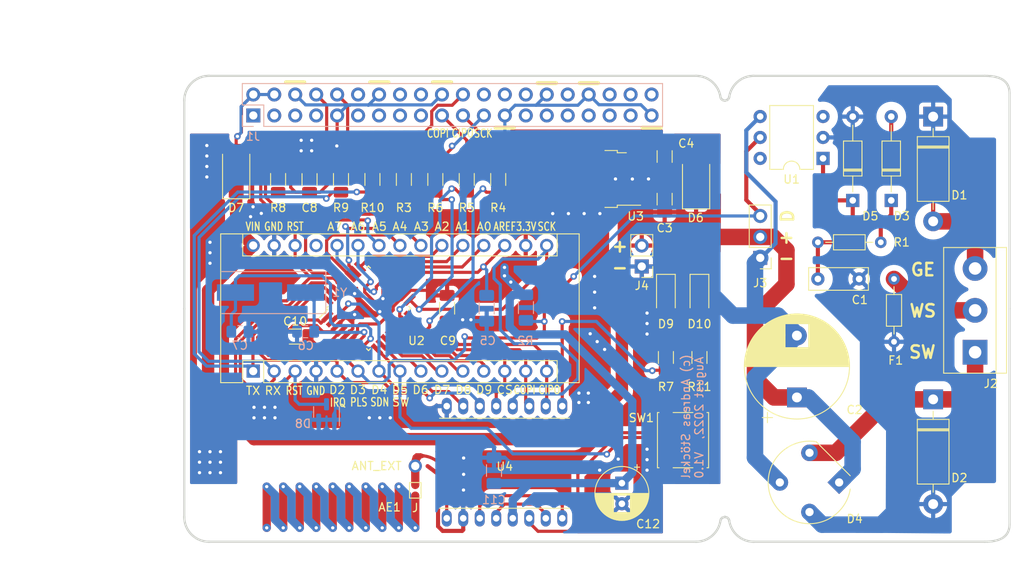
<source format=kicad_pcb>
(kicad_pcb (version 20211014) (generator pcbnew)
  (layers (0 "F.Cu" signal) (31 "B.Cu" signal) (34 "B.Paste" user) (35 "F.Paste" user) (36 "B.SilkS" user "B.Silkscreen") (37 "F.SilkS" user "F.Silkscreen") (38 "B.Mask" user) (39 "F.Mask" user) (44 "Edge.Cuts" user))
  (net 0 "")
  (net 1 "Net-(C1-Pad1)")
  (net 2 "GND")
  (net 3 "PWR_IN")
  (net 4 "GNDD")
  (net 5 "+3.3V")
  (net 6 "Net-(D1-Pad2)")
  (net 7 "Net-(D2-Pad1)")
  (net 8 "Net-(D3-Pad1)")
  (net 9 "Net-(F1-Pad1)")
  (net 34 "PULSE")
  (net 37 "/microcontroller_and_radio/XTAL1")
  (net 38 "/microcontroller_and_radio/XTAL2")
  (net 39 "Net-(J1-Pad19)")
  (net 40 "Net-(J1-Pad21)")
  (net 41 "Net-(J1-Pad22)")
  (net 42 "Net-(J1-Pad23)")
  (net 44 "Net-(D7-Pad2)")
  (net 45 "/microcontroller_and_radio/RESET")
  (net 46 "/microcontroller_and_radio/A7")
  (net 47 "/microcontroller_and_radio/A6")
  (net 48 "/microcontroller_and_radio/A5")
  (net 49 "/microcontroller_and_radio/A4")
  (net 50 "/microcontroller_and_radio/A3")
  (net 51 "/microcontroller_and_radio/A2")
  (net 52 "/microcontroller_and_radio/A1")
  (net 53 "/microcontroller_and_radio/A0")
  (net 54 "/microcontroller_and_radio/AREF")
  (net 55 "/microcontroller_and_radio/D13{slash}SCK")
  (net 56 "/microcontroller_and_radio/D12{slash}MISO")
  (net 57 "/microcontroller_and_radio/D11{slash}MOSI")
  (net 58 "/microcontroller_and_radio/D10{slash}SS")
  (net 59 "/microcontroller_and_radio/D9")
  (net 60 "/microcontroller_and_radio/D8")
  (net 61 "/microcontroller_and_radio/D7")
  (net 62 "/microcontroller_and_radio/D6")
  (net 63 "/microcontroller_and_radio/D5")
  (net 64 "/microcontroller_and_radio/D4")
  (net 65 "/microcontroller_and_radio/D2")
  (net 66 "/microcontroller_and_radio/D0{slash}RX")
  (net 67 "/microcontroller_and_radio/D1{slash}TX")
  (net 68 "/microcontroller_and_radio/RX")
  (net 69 "/microcontroller_and_radio/TX")
  (net 70 "Net-(AE1-Pad1)")
  (net 71 "Net-(D9-Pad2)")
  (net 72 "Net-(D10-Pad2)")
  (net 73 "/microcontroller_and_radio/LED1")
  (net 74 "/microcontroller_and_radio/LED2")
  (net 75 "Net-(U4-Pad3)")
  (net 76 "Net-(U4-Pad4)")
  (footprint "Capacitor_THT:C_Rect_L7.0mm_W2.5mm_P5.00mm" (layer "F.Cu") (at 104.775 47.625)
    (fp_text reference "C1")
    (fp_text value "100n")
  )
  (footprint "Diode_SMD:D_SMA" (layer "F.Cu") (at 90.0176 35.7312 90)
    (fp_text reference "D6")
    (fp_text value "B140-E3")
  )
  (footprint "MountingHole:MountingHole_2.7mm_M2.5" (layer "F.Cu") (at 31.5 76)
    (fp_text reference "REF**" hide)
    (fp_text value "MountingHole_2.7mm_M2.5" hide)
  )
  (footprint "Connector_PinHeader_2.54mm:PinHeader_1x02_P2.54mm_Vertical" (layer "F.Cu") (at 83.434 46.1152 180)
    (fp_text reference "J4")
    (fp_text value "Conn_01x02_Male")
  )
  (footprint "LED_SMD:LED_1206_3216Metric_Pad1.42x1.75mm_HandSolder" (layer "F.Cu") (at 86.36 49.53 -90)
    (fp_text reference "D9")
    (fp_text value "LED")
  )
  (footprint "LED_SMD:LED_1206_3216Metric_Pad1.42x1.75mm_HandSolder" (layer "F.Cu") (at 90.424 49.53 -90)
    (fp_text reference "D10")
    (fp_text value "LED")
  )
  (footprint "Diode_THT:D_DO-15_P12.70mm_Horizontal" (layer "F.Cu") (at 118.745 62.23 -90)
    (fp_text reference "D2")
    (fp_text value "P6KE 30CA")
  )
  (footprint "Diode_THT:D_DO-15_P12.70mm_Horizontal" (layer "F.Cu") (at 118.745 27.94 -90)
    (fp_text reference "D1")
    (fp_text value "P6KE 30CA")
  )
  (footprint "Connector_PinHeader_2.54mm:PinHeader_1x03_P2.54mm_Vertical" (layer "F.Cu") (at 97.79 45.07 180)
    (fp_text reference "J3")
    (fp_text value "Conn_01x03_Male")
  )
  (footprint "TerminalBlock:TerminalBlock_bornier-3_P5.08mm" (layer "F.Cu") (at 123.825 56.515 90)
    (fp_text reference "J2")
    (fp_text value "Screw_Terminal_01x03")
  )
  (footprint "Capacitor_SMD:C_1206_3216Metric_Pad1.33x1.80mm_HandSolder" (layer "F.Cu") (at 59.848 51.1835 -90)
    (fp_text reference "C9")
    (fp_text value "100n")
  )
  (footprint "Package_QFP:TQFP-32_7x7mm_P0.8mm" (layer "F.Cu") (at 50.323 51.1835 45)
    (fp_text reference "U2")
    (fp_text value "ATmega168A-A")
  )
  (footprint "Diode_THT:D_DO-35_SOD27_P10.16mm_Horizontal" (layer "F.Cu") (at 109 38.1 90)
    (fp_text reference "D5")
    (fp_text value "1N4148")
  )
  (footprint "Capacitor_SMD:C_1206_3216Metric_Pad1.33x1.80mm_HandSolder" (layer "F.Cu") (at 41.433 54.6125)
    (fp_text reference "C10")
    (fp_text value "100n")
  )
  (footprint "Package_TO_SOT_SMD:TO-252-2" (layer "F.Cu") (at 78 35.5 180)
    (fp_text reference "U3")
    (fp_text value "LF33_TO252")
  )
  (footprint "Resistor_SMD:R_1206_3216Metric_Pad1.30x1.75mm_HandSolder" (layer "F.Cu") (at 54.61 35.56 90)
    (fp_text reference "R3")
    (fp_text value "330")
  )
  (footprint "Resistor_THT:R_Axial_DIN0204_L3.6mm_D1.6mm_P7.62mm_Horizontal" (layer "F.Cu") (at 114 47.625 -90)
    (fp_text reference "F1")
    (fp_text value "Polyfuse 300mA")
  )
  (footprint "MountingHole:MountingHole_2.7mm_M2.5" (layer "F.Cu") (at 124.5 26.5)
    (fp_text reference "REF**" hide)
    (fp_text value "MountingHole_2.7mm_M2.5" hide)
  )
  (footprint "MountingHole:MountingHole_2.7mm_M2.5" (layer "F.Cu") (at 31.5 26.5)
    (fp_text reference "REF**" hide)
    (fp_text value "MountingHole_2.7mm_M2.5" hide)
  )
  (footprint "MountingHole:MountingHole_2.7mm_M2.5" (layer "F.Cu") (at 89.5 26.5)
    (fp_text reference "REF**" hide)
    (fp_text value "MountingHole_2.7mm_M2.5" hide)
  )
  (footprint "Resistor_SMD:R_1206_3216Metric_Pad1.30x1.75mm_HandSolder" (layer "F.Cu") (at 58.42 35.56 -90)
    (fp_text reference "R6")
    (fp_text value "330")
  )
  (footprint "Diode_THT:D_DO-35_SOD27_P10.16mm_Horizontal" (layer "F.Cu") (at 113.665 38.1 90)
    (fp_text reference "D3")
    (fp_text value "1N4148")
  )
  (footprint "Resistor_SMD:R_1206_3216Metric_Pad1.30x1.75mm_HandSolder" (layer "F.Cu") (at 50.8 35.56 90)
    (fp_text reference "R10")
    (fp_text value "330")
  )
  (footprint "rfm26w:rfm26w" (layer "F.Cu") (at 66.802 69.85)
    (fp_text reference "U4")
    (fp_text value "RFM26W")
  )
  (footprint "Resistor_SMD:R_1206_3216Metric_Pad1.30x1.75mm_HandSolder" (layer "F.Cu") (at 86.36 57.15 90)
    (fp_text reference "R7")
    (fp_text value "120")
  )
  (footprint "Diode_SMD:D_SMA" (layer "F.Cu") (at 34.29 34.5 90)
    (fp_text reference "D7")
    (fp_text value "B140-E3")
  )
  (footprint "Resistor_SMD:R_1206_3216Metric_Pad1.30x1.75mm_HandSolder" (layer "F.Cu") (at 90.424 57.15 90)
    (fp_text reference "R11")
    (fp_text value "120")
  )
  (footprint "Capacitor_THT:CP_Radial_D12.5mm_P7.50mm" (layer "F.Cu") (at 102.235 61.993959 90)
    (fp_text reference "C2")
    (fp_text value "470µ")
  )
  (footprint "Resistor_SMD:R_1206_3216Metric_Pad1.30x1.75mm_HandSolder" (layer "F.Cu") (at 66.04 35.56 -90)
    (fp_text reference "R4")
    (fp_text value "330")
  )
  (footprint "RF_Antenna:Texas_SWRA416_868MHz_915MHz" (layer "F.Cu") (at 46.99 72.009 180)
    (fp_text reference "AE1")
    (fp_text value "Antenna")
  )
  (footprint "Package_DIP:DIP-6_W7.62mm" (layer "F.Cu") (at 105.4 33.005 180)
    (fp_text reference "U1")
    (fp_text value "CNY17-1")
  )
  (footprint "Capacitor_SMD:C_1206_3216Metric_Pad1.33x1.80mm_HandSolder" (layer "F.Cu") (at 86.2076 32.7783 -90)
    (fp_text reference "C4")
    (fp_text value "2.2µ")
  )
  (footprint "Resistor_SMD:R_1206_3216Metric_Pad1.30x1.75mm_HandSolder" (layer "F.Cu") (at 46.99 35.56 90)
    (fp_text reference "R9")
    (fp_text value "330")
  )
  (footprint "Button_Switch_SMD:SW_SPST_EVQQ2" (layer "F.Cu") (at 88.434 67.1752 -90)
    (fp_text reference "SW1")
    (fp_text value "SW_Push")
  )
  (footprint "Capacitor_SMD:C_1206_3216Metric_Pad1.33x1.80mm_HandSolder" (layer "F.Cu") (at 86.2076 37.9476 90)
    (fp_text reference "C3")
    (fp_text value "100n")
  )
  (footprint "Capacitor_SMD:C_1206_3216Metric_Pad1.33x1.80mm_HandSolder" (layer "F.Cu") (at 43.18 35.56 90)
    (fp_text reference "C8")
    (fp_text value "100n")
  )
  (footprint "Resistor_SMD:R_1206_3216Metric_Pad1.30x1.75mm_HandSolder" (layer "F.Cu") (at 39.37 35.56 90)
    (fp_text reference "R8")
    (fp_text value "6.8k")
  )
  (footprint "Module:Arduino_Nano" (layer "F.Cu") (at 36.353 58.8035 90)
    (fp_text reference "A1" hide)
    (fp_text value "Arduino_Nano_v3.x")
  )
  (footprint "MountingHole:MountingHole_2.7mm_M2.5" (layer "F.Cu") (at 89.5 76)
    (fp_text reference "REF**" hide)
    (fp_text value "MountingHole_2.7mm_M2.5" hide)
  )
  (footprint "Diode_THT:Diode_Bridge_Round_D9.8mm" (layer "F.Cu") (at 107.351102 72.303098 -135)
    (fp_text reference "D4")
    (fp_text value "D_Bridge_+A-A")
  )
  (footprint "Capacitor_THT:CP_Radial_D6.3mm_P2.50mm" (layer "F.Cu") (at 81.026 72.39 -90)
    (fp_text reference "C12")
    (fp_text value "10µ")
  )
  (footprint "Resistor_THT:R_Axial_DIN0204_L3.6mm_D1.6mm_P7.62mm_Horizontal" (layer "F.Cu") (at 112.395 43.18 180)
    (fp_text reference "R1")
    (fp_text value "6.8k")
  )
  (footprint "Resistor_SMD:R_1206_3216Metric_Pad1.30x1.75mm_HandSolder" (layer "F.Cu") (at 62.23 35.56 -90)
    (fp_text reference "R5")
    (fp_text value "330")
  )
  (footprint "MountingHole:MountingHole_2.7mm_M2.5" (layer "F.Cu") (at 124.5 76)
    (fp_text reference "REF**" hide)
    (fp_text value "MountingHole_2.7mm_M2.5" hide)
  )
  (footprint "Resistor_SMD:R_1206_3216Metric_Pad1.30x1.75mm_HandSolder" (layer "B.Cu") (at 69.4 51.1 90)
    (fp_text reference "R2")
    (fp_text value "10k")
  )
  (footprint "Capacitor_SMD:C_1206_3216Metric_Pad1.33x1.80mm_HandSolder" (layer "B.Cu") (at 64.643 51.181 90)
    (fp_text reference "C5")
    (fp_text value "100n")
  )
  (footprint "Capacitor_SMD:C_1206_3216Metric_Pad1.33x1.80mm_HandSolder" (layer "B.Cu") (at 65.532 70.866 90)
    (fp_text reference "C11")
    (fp_text value "100n")
  )
  (footprint "Connector_PinSocket_2.54mm:PinSocket_2x20_P2.54mm_Vertical" (layer "B.Cu") (at 36.365 27.8 -90)
    (fp_text reference "J1")
    (fp_text value "Raspberry_Pi_2_3")
  )
  (footprint "Package_TO_SOT_SMD:SOT-23" (layer "B.Cu") (at 45.234 63.7627 90)
    (fp_text reference "D8")
    (fp_text value "15V")
  )
  (footprint "Crystal:Crystal_SMD_HC49-SD" (layer "B.Cu") (at 38.453 49.2785 180)
    (fp_text reference "Y1")
    (fp_text value "14.7456 MHz")
  )
  (footprint "Capacitor_SMD:C_0805_2012Metric_Pad1.18x1.45mm_HandSolder" (layer "B.Cu") (at 34.7405 54.0185)
    (fp_text reference "C7")
    (fp_text value "15p")
  )
  (footprint "Capacitor_SMD:C_0805_2012Metric_Pad1.18x1.45mm_HandSolder" (layer "B.Cu") (at 42.703 54.0185 180)
    (fp_text reference "C6")
    (fp_text value "15p")
  )
  (gr_arc (start 56.934 69.0752) (mid 58.797954 69.874502) (end 59.817 71.628) (layer "F.Cu") (width 0.381))
  (gr_line (start 58.134 23.7752) (end 60.334 23.7752) (layer "F.SilkS") (width 0.5))
  (gr_line (start 50.534 23.7752) (end 52.734 23.7752) (layer "F.SilkS") (width 0.5))
  (gr_line (start 40.334 23.7752) (end 42.534 23.7752) (layer "F.SilkS") (width 0.5))
  (gr_line (start 75.934 23.8752) (end 78.134 23.8752) (layer "F.SilkS") (width 0.5))
  (gr_line (start 65.734 29.2752) (end 67.934 29.2752) (layer "F.SilkS") (width 0.5))
  (gr_line (start 83.534 29.2752) (end 85.734 29.2752) (layer "F.SilkS") (width 0.5))
  (gr_line (start 70.834 23.8752) (end 73.034 23.8752) (layer "F.SilkS") (width 0.5))
  (gr_line locked (start 93.52581 76.494711) (end 93.551227 76.496496) (layer "Edge.Cuts") (width 0.264583))
  (gr_line locked (start 92.880586 25.150991) (end 92.840177 25.022901) (layer "Edge.Cuts") (width 0.264583))
  (gr_line locked (start 93.988841 76.802671) (end 93.998802 76.824833) (layer "Edge.Cuts") (width 0.264583))
  (gr_line locked (start 91.656693 78.998073) (end 91.764404 78.923373) (layer "Edge.Cuts") (width 0.264583))
  (gr_line locked (start 30.845168 79.490084) (end 31 79.493973) (layer "Edge.Cuts") (width 0.264583))
  (gr_line locked (start 93.451007 76.496307) (end 93.475403 76.494663) (layer "Edge.Cuts") (width 0.264583))
  (gr_line locked (start 91.313869 79.193613) (end 91.431286 79.133332) (layer "Edge.Cuts") (width 0.264583))
  (gr_line locked (start 93.072634 25.78383) (end 93.05885 25.76521) (layer "Edge.Cuts") (width 0.264583))
  (gr_line locked (start 93.953354 25.748408) (end 93.939747 25.768245) (layer "Edge.Cuts") (width 0.264583))
  (gr_line locked (start 94.037201 25.518376) (end 94.037132 25.51901) (layer "Edge.Cuts") (width 0.264583))
  (gr_line locked (start 29.202841 78.899493) (end 29.32041 78.982978) (layer "Edge.Cuts") (width 0.264583))
  (gr_line locked (start 91.431284 23.354615) (end 91.313867 23.294334) (layer "Edge.Cuts") (width 0.264583))
  (gr_line locked (start 29.089584 78.810582) (end 29.202841 78.899493) (layer "Edge.Cuts") (width 0.264583))
  (gr_line locked (start 93.740209 76.550173) (end 93.761636 76.561407) (layer "Edge.Cuts") (width 0.264583))
  (gr_line locked (start 92.41222 78.281413) (end 92.487931 78.174358) (layer "Edge.Cuts") (width 0.264583))
  (gr_line locked (start 127.764982 24.08907) (end 127.705057 23.987957) (layer "Edge.Cuts") (width 0.264583))
  (gr_line locked (start 95.249682 23.558592) (end 95.145935 23.636901) (layer "Edge.Cuts") (width 0.264583))
  (gr_line locked (start 30.248536 79.399843) (end 30.393918 79.433235) (layer "Edge.Cuts") (width 0.264583))
  (gr_line locked (start 92.559012 24.424065) (end 92.487928 24.31359) (layer "Edge.Cuts") (width 0.264583))
  (gr_line locked (start 94.015755 25.617274) (end 94.007779 25.640438) (layer "Edge.Cuts") (width 0.264583))
  (gr_line locked (start 95.045748 23.719529) (end 94.949257 23.806337) (layer "Edge.Cuts") (width 0.264583))
  (gr_line locked (start 93.311892 25.960168) (end 93.290139 25.951535) (layer "Edge.Cuts") (width 0.264583))
  (gr_line locked (start 93.782483 25.91439) (end 93.761633 25.92654) (layer "Edge.Cuts") (width 0.264583))
  (gr_line locked (start 127.405526 78.84776) (end 127.489012 78.769057) (layer "Edge.Cuts") (width 0.264583))
  (gr_line locked (start 94.037095 76.968332) (end 94.037139 76.968991) (layer "Edge.Cuts") (width 0.264583))
  (gr_line locked (start 93.966092 76.759997) (end 93.977929 76.78105) (layer "Edge.Cuts") (width 0.264583))
  (gr_line locked (start 95.580936 79.136978) (end 95.697569 79.196612) (layer "Edge.Cuts") (width 0.264583))
  (gr_line locked (start 90.140731 22.997184) (end 90 22.993973) (layer "Edge.Cuts") (width 0.264583))
  (gr_line locked (start 94.028584 25.56959) (end 94.022699 25.593649) (layer "Edge.Cuts") (width 0.264583))
  (gr_line locked (start 28 25.993973) (end 28 25.993973) (layer "Edge.Cuts") (width 0.264583))
  (gr_line locked (start 127.984593 77.66289) (end 127.996139 77.517426) (layer "Edge.Cuts") (width 0.264583))
  (gr_line locked (start 92.412217 24.206536) (end 92.33202 24.103041) (layer "Edge.Cuts") (width 0.264583))
  (gr_line locked (start 97 22.993973) (end 97 22.993973) (layer "Edge.Cuts") (width 0.264583))
  (gr_line locked (start 96.06421 23.143104) (end 95.939339 23.187268) (layer "Edge.Cuts") (width 0.264583))
  (gr_line locked (start 92.487928 24.31359) (end 92.412217 24.206536) (layer "Edge.Cuts") (width 0.264583))
  (gr_line locked (start 28.87675 78.617224) (end 28.980826 78.71643) (layer "Edge.Cuts") (width 0.264583))
  (gr_line locked (start 28.235031 24.824067) (end 28.181462 24.960411) (layer "Edge.Cuts") (width 0.264583))
  (gr_line locked (start 90.552132 23.044248) (end 90.416936 23.02246) (layer "Edge.Cuts") (width 0.264583))
  (gr_line locked (start 126.43226 23.152981) (end 126.302869 23.12097) (layer "Edge.Cuts") (width 0.264583))
  (gr_line locked (start 127.123255 23.435169) (end 127.019179 23.376743) (layer "Edge.Cuts") (width 0.264583))
  (gr_line locked (start 128.000031 51.243977) (end 128.000031 51.243977) (layer "Edge.Cuts") (width 0.264583))
  (gr_line locked (start 29.966438 79.312511) (end 30.105981 79.35954) (layer "Edge.Cuts") (width 0.264583))
  (gr_line locked (start 92.625335 77.950126) (end 92.686751 77.833225) (layer "Edge.Cuts") (width 0.264583))
  (gr_line locked (start 97 22.993973) (end 96.860656 22.997156) (layer "Edge.Cuts") (width 0.264583))
  (gr_line locked (start 94.767916 78.496022) (end 94.856606 78.590772) (layer "Edge.Cuts") (width 0.264583))
  (gr_line locked (start 94.037079 76.967671) (end 94.037079 76.967671) (layer "Edge.Cuts") (width 0.264583))
  (gr_line locked (start 28.294955 77.796841) (end 28.361047 77.926232) (layer "Edge.Cuts") (width 0.264583))
  (gr_line locked (start 94.949264 78.681621) (end 95.045754 78.76843) (layer "Edge.Cuts") (width 0.264583))
  (gr_line locked (start 93.356719 25.974621) (end 93.334093 25.967871) (layer "Edge.Cuts") (width 0.264583))
  (gr_line locked (start 93.045848 76.741967) (end 93.058854 76.722739) (layer "Edge.Cuts") (width 0.264583))
  (gr_line locked (start 92.065899 23.815297) (end 91.969145 23.727425) (layer "Edge.Cuts") (width 0.264583))
  (gr_line locked (start 91.193495 79.248811) (end 91.313869 79.193613) (layer "Edge.Cuts") (width 0.264583))
  (gr_line locked (start 95.817083 79.25123) (end 95.939344 79.30069) (layer "Edge.Cuts") (width 0.264583))
  (gr_line locked (start 92.972615 76.914882) (end 92.978553 76.891626) (layer "Edge.Cuts") (width 0.264583))
  (gr_line locked (start 90.279755 23.006726) (end 90.140731 22.997184) (layer "Edge.Cuts") (width 0.264583))
  (gr_line locked (start 92.065901 78.672651) (end 92.158724 78.580666) (layer "Edge.Cuts") (width 0.264583))
  (gr_line locked (start 92.880592 77.336957) (end 92.915401 77.206417) (layer "Edge.Cuts") (width 0.264583))
  (gr_line locked (start 93.248072 25.931574) (end 93.227805 25.920292) (layer "Edge.Cuts") (width 0.264583))
  (gr_line locked (start 91.868599 23.643804) (end 91.764402 23.564575) (layer "Edge.Cuts") (width 0.264583))
  (gr_line locked (start 92.686746 24.654723) (end 92.625331 24.537822) (layer "Edge.Cuts") (width 0.264583))
  (gr_line locked (start 92.743123 77.71332) (end 92.794313 77.590547) (layer "Edge.Cuts") (width 0.264583))
  (gr_line locked (start 93.841303 25.872714) (end 93.822345 25.887451) (layer "Edge.Cuts") (width 0.264583))
  (gr_line locked (start 93.248078 76.556374) (end 93.268864 76.545951) (layer "Edge.Cuts") (width 0.264583))
  (gr_line locked (start 93.859577 25.857169) (end 93.841303 25.872714) (layer "Edge.Cuts") (width 0.264583))
  (gr_line locked (start 93.135078 25.851779) (end 93.118418 25.835818) (layer "Edge.Cuts") (width 0.264583))
  (gr_line locked (start 93.118418 25.835818) (end 93.102442 25.819157) (layer "Edge.Cuts") (width 0.264583))
  (gr_line locked (start 126.557897 23.189062) (end 126.43226 23.152981) (layer "Edge.Cuts") (width 0.264583))
  (gr_line locked (start 93.822347 76.600495) (end 93.841305 76.615232) (layer "Edge.Cuts") (width 0.264583))
  (gr_line locked (start 93.170358 76.606436) (end 93.188927 76.592711) (layer "Edge.Cuts") (width 0.264583))
  (gr_line locked (start 93.966089 25.72795) (end 93.953354 25.748408) (layer "Edge.Cuts") (width 0.264583))
  (gr_line locked (start 28 76.493973) (end 28.003889 76.648806) (layer "Edge.Cuts") (width 0.264583))
  (gr_line locked (start 91.969145 23.727425) (end 91.868599 23.643804) (layer "Edge.Cuts") (width 0.264583))
  (gr_line locked (start 94.037404 76.970926) (end 94.037523 76.97155) (layer "Edge.Cuts") (width 0.264583))
  (gr_line locked (start 93.311898 76.52778) (end 93.334099 76.520076) (layer "Edge.Cuts") (width 0.264583))
  (gr_line locked (start 93.087177 76.686129) (end 93.102446 76.668792) (layer "Edge.Cuts") (width 0.264583))
  (gr_line locked (start 92.487931 78.174358) (end 92.559015 78.063883) (layer "Edge.Cuts") (width 0.264583))
  (gr_line locked (start 127.566886 78.684951) (end 127.638963 78.59531) (layer "Edge.Cuts") (width 0.264583))
  (gr_line locked (start 31 79.493973) (end 31 79.493973) (layer "Edge.Cuts") (width 0.264583))
  (gr_line locked (start 125 79.493984) (end 125 79.493984) (layer "Edge.Cuts") (width 0.264583))
  (gr_line locked (start 90.81602 79.382518) (end 90.944431 79.343402) (layer "Edge.Cuts") (width 0.264583))
  (gr_line locked (start 28.134433 25.099954) (end 28.09413 25.242509) (layer "Edge.Cuts") (width 0.264583))
  (gr_line locked (start 95.467322 79.072466) (end 95.580936 79.136978) (layer "Edge.Cuts") (width 0.264583))
  (gr_line locked (start 127.865583 78.17872) (end 127.905889 78.0594) (layer "Edge.Cuts") (width 0.264583))
  (gr_line locked (start 93.379753 76.50755) (end 93.403158 76.502773) (layer "Edge.Cuts") (width 0.264583))
  (gr_line locked (start 94.037071 25.520277) (end 94.033384 25.545124) (layer "Edge.Cuts") (width 0.264583))
  (gr_line locked (start 91.868602 78.844144) (end 91.969147 78.760524) (layer "Edge.Cuts") (width 0.264583))
  (gr_line locked (start 93.988838 25.685276) (end 93.977926 25.706897) (layer "Edge.Cuts") (width 0.264583))
  (gr_line locked (start 93.475396 25.993283) (end 93.450999 25.99164) (layer "Edge.Cuts") (width 0.264583))
  (gr_line locked (start 93.672729 25.965709) (end 93.64926 25.973011) (layer "Edge.Cuts") (width 0.264583))
  (gr_line locked (start 127.905889 78.0594) (end 127.939282 77.933744) (layer "Edge.Cuts") (width 0.264583))
  (gr_line locked (start 126.910419 79.164904) (end 127.019179 79.111213) (layer "Edge.Cuts") (width 0.264583))
  (gr_line locked (start 127.705057 78.5) (end 127.764982 78.398887) (layer "Edge.Cuts") (width 0.264583))
  (gr_line locked (start 94.269586 77.73526) (end 94.326701 77.853412) (layer "Edge.Cuts") (width 0.264583))
  (gr_line locked (start 93.60102 25.984437) (end 93.576302 25.988509) (layer "Edge.Cuts") (width 0.264583))
  (gr_line locked (start 94.093024 77.236201) (end 94.129109 77.364655) (layer "Edge.Cuts") (width 0.264583))
  (gr_line locked (start 92.967659 25.549409) (end 92.967659 25.549409) (layer "Edge.Cuts") (width 0.264583))
  (gr_line locked (start 29.202841 23.588454) (end 29.089584 23.677365) (layer "Edge.Cuts") (width 0.264583))
  (gr_line locked (start 93.011725 25.684887) (end 93.002064 25.663461) (layer "Edge.Cuts") (width 0.264583))
  (gr_line locked (start 29.830094 23.229004) (end 29.697133 23.288928) (layer "Edge.Cuts") (width 0.264583))
  (gr_line locked (start 93.05885 25.76521) (end 93.045843 25.745982) (layer "Edge.Cuts") (width 0.264583))
  (gr_line locked (start 90.816018 23.105428) (end 90.685206 23.07195) (layer "Edge.Cuts") (width 0.264583))
  (gr_line locked (start 92.967659 25.549409) (end 92.944466 25.414383) (layer "Edge.Cuts") (width 0.264583))
  (gr_line locked (start 93.290145 76.536412) (end 93.311898 76.52778) (layer "Edge.Cuts") (width 0.264583))
  (gr_line locked (start 126.169908 79.395063) (end 126.43226 79.334976) (layer "Edge.Cuts") (width 0.264583))
  (gr_line locked (start 94.170647 24.997218) (end 94.129101 25.123306) (layer "Edge.Cuts") (width 0.264583))
  (gr_line locked (start 94.037071 25.520277) (end 94.037071 25.520277) (layer "Edge.Cuts") (width 0.264583))
  (gr_line locked (start 93.426909 25.988929) (end 93.40315 25.985173) (layer "Edge.Cuts") (width 0.264583))
  (gr_line locked (start 93.761633 25.92654) (end 93.740206 25.937773) (layer "Edge.Cuts") (width 0.264583))
  (gr_line locked (start 93.977926 25.706897) (end 93.966089 25.72795) (layer "Edge.Cuts") (width 0.264583))
  (gr_line locked (start 94.037079 76.967671) (end 94.037083 76.968002) (layer "Edge.Cuts") (width 0.264583))
  (gr_line locked (start 94.602982 78.295377) (end 94.683329 78.397511) (layer "Edge.Cuts") (width 0.264583))
  (gr_line locked (start 29.32041 23.504969) (end 29.202841 23.588454) (layer "Edge.Cuts") (width 0.264583))
  (gr_line locked (start 92.972608 25.573066) (end 92.967659 25.549409) (layer "Edge.Cuts") (width 0.264583))
  (gr_line locked (start 95.467316 23.415492) (end 95.356854 23.484743) (layer "Edge.Cuts") (width 0.264583))
  (gr_line locked (start 29.567742 79.132926) (end 29.697133 79.199019) (layer "Edge.Cuts") (width 0.264583))
  (gr_line locked (start 92.794309 24.897401) (end 92.743119 24.774629) (layer "Edge.Cuts") (width 0.264583))
  (gr_line locked (start 94.455541 24.407158) (end 94.388726 24.519321) (layer "Edge.Cuts") (width 0.264583))
  (gr_line locked (start 92.158724 78.580666) (end 92.247478 78.484705) (layer "Edge.Cuts") (width 0.264583))
  (gr_line locked (start 92.247475 24.003244) (end 92.158722 23.907283) (layer "Edge.Cuts") (width 0.264583))
  (gr_line locked (start 92.967667 76.938538) (end 92.972615 76.914882) (layer "Edge.Cuts") (width 0.264583))
  (gr_line locked (start 30.393918 79.433235) (end 30.541941 79.459529) (layer "Edge.Cuts") (width 0.264583))
  (gr_line locked (start 94.037083 76.968002) (end 94.037095 76.968332) (layer "Edge.Cuts") (width 0.264583))
  (gr_line locked (start 125.307581 22.999622) (end 125 22.993973) (layer "Edge.Cuts") (width 0.264583))
  (gr_line locked (start 91.764404 78.923373) (end 91.868602 78.844144) (layer "Edge.Cuts") (width 0.264583))
  (gr_line locked (start 30.105981 23.128406) (end 29.966438 23.175435) (layer "Edge.Cuts") (width 0.264583))
  (gr_line locked (start 28 25.993973) (end 28 51.243977) (layer "Edge.Cuts") (width 0.264583))
  (gr_line locked (start 93.625353 76.508684) (end 93.649264 76.514936) (layer "Edge.Cuts") (width 0.264583))
  (gr_line locked (start 94.129109 77.364655) (end 94.170655 77.490742) (layer "Edge.Cuts") (width 0.264583))
  (gr_line locked (start 128.000031 25.122866) (end 127.996139 24.970532) (layer "Edge.Cuts") (width 0.264583))
  (gr_line locked (start 94.037139 76.968991) (end 94.037208 76.969644) (layer "Edge.Cuts") (width 0.264583))
  (gr_line locked (start 90.94443 23.144545) (end 90.816018 23.105428) (layer "Edge.Cuts") (width 0.264583))
  (gr_line locked (start 92.944473 77.073564) (end 92.967667 76.938538) (layer "Edge.Cuts") (width 0.264583))
  (gr_line locked (start 90.416937 79.465486) (end 90.552134 79.443698) (layer "Edge.Cuts") (width 0.264583))
  (gr_line locked (start 93.525803 25.993235) (end 93.500076 25.993836) (layer "Edge.Cuts") (width 0.264583))
  (gr_line locked (start 92.33202 24.103041) (end 92.247475 24.003244) (layer "Edge.Cuts") (width 0.264583))
  (gr_line locked (start 125.89402 23.048016) (end 125.606083 23.017281) (layer "Edge.Cuts") (width 0.264583))
  (gr_line locked (start 28.361047 77.926232) (end 28.433123 78.051869) (layer "Edge.Cuts") (width 0.264583))
  (gr_line locked (start 94.170655 77.490742) (end 94.217526 77.614324) (layer "Edge.Cuts") (width 0.264583))
  (gr_line locked (start 94.527009 78.189761) (end 94.602982 78.295377) (layer "Edge.Cuts") (width 0.264583))
  (gr_line locked (start 29.966438 23.175435) (end 29.830094 23.229004) (layer "Edge.Cuts") (width 0.264583))
  (gr_line locked (start 127.019179 23.376743) (end 126.910419 23.323052) (layer "Edge.Cuts") (width 0.264583))
  (gr_line locked (start 28 76.493973) (end 28 76.493973) (layer "Edge.Cuts") (width 0.264583))
  (gr_line locked (start 94.037397 25.51711) (end 94.037291 25.517743) (layer "Edge.Cuts") (width 0.264583))
  (gr_line locked (start 94.022699 25.593649) (end 94.015755 25.617274) (layer "Edge.Cuts") (width 0.264583))
  (gr_line locked (start 125.89402 79.439941) (end 126.169908 79.395063) (layer "Edge.Cuts") (width 0.264583))
  (gr_line locked (start 94.856599 23.897186) (end 94.767909 23.991936) (layer "Edge.Cuts") (width 0.264583))
  (gr_line locked (start 93.802732 76.586594) (end 93.822347 76.600495) (layer "Edge.Cuts") (width 0.264583))
  (gr_line locked (start 28.980826 78.71643) (end 29.089584 78.810582) (layer "Edge.Cuts") (width 0.264583))
  (gr_line locked (start 127.939282 24.554214) (end 127.905889 24.428558) (layer "Edge.Cuts") (width 0.264583))
  (gr_line locked (start 125.606083 79.470676) (end 125.89402 79.439941) (layer "Edge.Cuts") (width 0.264583))
  (gr_line locked (start 127.818553 78.291838) (end 127.865583 78.17872) (layer "Edge.Cuts") (width 0.264583))
  (gr_line locked (start 93.102442 25.819157) (end 93.087173 25.80182) (layer "Edge.Cuts") (width 0.264583))
  (gr_line locked (start 29.442106 79.060851) (end 29.567742 79.132926) (layer "Edge.Cuts") (width 0.264583))
  (gr_line locked (start 28.015432 76.801554) (end 28.034444 76.952033) (layer "Edge.Cuts") (width 0.264583))
  (gr_line locked (start 90 22.993973) (end 31 22.993973) (layer "Edge.Cuts") (width 0.264583))
  (gr_line locked (start 93.208086 76.579776) (end 93.227811 76.567656) (layer "Edge.Cuts") (width 0.264583))
  (gr_line locked (start 92.686751 77.833225) (end 92.743123 77.71332) (layer "Edge.Cuts") (width 0.264583))
  (gr_line locked (start 93.601025 76.503509) (end 93.625353 76.508684) (layer "Edge.Cuts") (width 0.264583))
  (gr_line locked (start 96.45313 23.043785) (end 96.321241 23.071223) (layer "Edge.Cuts") (width 0.264583))
  (gr_line locked (start 127.996139 77.517426) (end 128.000031 77.365093) (layer "Edge.Cuts") (width 0.264583))
  (gr_line locked (start 92.993298 25.641543) (end 92.985451 25.619156) (layer "Edge.Cuts") (width 0.264583))
  (gr_line locked (start 30.541941 23.028417) (end 30.393918 23.054711) (layer "Edge.Cuts") (width 0.264583))
  (gr_line locked (start 125.307581 79.488335) (end 125.606083 79.470676) (layer "Edge.Cuts") (width 0.264583))
  (gr_line locked (start 28.510996 24.314383) (end 28.433123 24.436079) (layer "Edge.Cuts") (width 0.264583))
  (gr_line locked (start 92.967667 76.938538) (end 92.967667 76.938538) (layer "Edge.Cuts") (width 0.264583))
  (gr_line locked (start 94.949257 23.806337) (end 94.856599 23.897186) (layer "Edge.Cuts") (width 0.264583))
  (gr_line locked (start 127.705057 23.987957) (end 127.638963 23.892647) (layer "Edge.Cuts") (width 0.264583))
  (gr_line locked (start 94.062529 25.382441) (end 94.037773 25.51521) (layer "Edge.Cuts") (width 0.264583))
  (gr_line locked (start 94.129101 25.123306) (end 94.093017 25.25176) (layer "Edge.Cuts") (width 0.264583))
  (gr_line locked (start 127.818553 24.196119) (end 127.764982 24.08907) (layer "Edge.Cuts") (width 0.264583))
  (gr_line locked (start 96.722973 23.006612) (end 96.587085 23.022201) (layer "Edge.Cuts") (width 0.264583))
  (gr_line locked (start 28.594481 24.196814) (end 28.510996 24.314383) (layer "Edge.Cuts") (width 0.264583))
  (gr_line locked (start 93.939749 76.719702) (end 93.953356 76.739539) (layer "Edge.Cuts") (width 0.264583))
  (gr_line locked (start 93.87714 25.840841) (end 93.859577 25.857169) (layer "Edge.Cuts") (width 0.264583))
  (gr_line locked (start 93.045843 25.745982) (end 93.033638 25.726171) (layer "Edge.Cuts") (width 0.264583))
  (gr_line locked (start 93.118422 76.652131) (end 93.135082 76.63617) (layer "Edge.Cuts") (width 0.264583))
  (gr_line locked (start 96.453132 79.444173) (end 96.587087 79.465756) (layer "Edge.Cuts") (width 0.264583))
  (gr_line locked (start 92.625331 24.537822) (end 92.559012 24.424065) (layer "Edge.Cuts") (width 0.264583))
  (gr_line locked (start 126.302869 23.12097) (end 126.169908 23.092894) (layer "Edge.Cuts") (width 0.264583))
  (gr_line locked (start 93.152397 25.867018) (end 93.135078 25.851779) (layer "Edge.Cuts") (width 0.264583))
  (gr_line locked (start 94.388733 77.968638) (end 94.455548 78.080801) (layer "Edge.Cuts") (width 0.264583))
  (gr_line locked (start 94.856606 78.590772) (end 94.949264 78.681621) (layer "Edge.Cuts") (width 0.264583))
  (gr_line locked (start 92.743119 24.774629) (end 92.686746 24.654723) (layer "Edge.Cuts") (width 0.264583))
  (gr_line locked (start 94.217526 77.614324) (end 94.269586 77.73526) (layer "Edge.Cuts") (width 0.264583))
  (gr_line locked (start 93.208081 25.908172) (end 93.188922 25.895237) (layer "Edge.Cuts") (width 0.264583))
  (gr_line locked (start 90 79.493973) (end 90 79.493973) (layer "Edge.Cuts") (width 0.264583))
  (gr_line locked (start 93.011729 76.803062) (end 93.022262 76.782151) (layer "Edge.Cuts") (width 0.264583))
  (gr_line locked (start 93.002069 76.824488) (end 93.011729 76.803062) (layer "Edge.Cuts") (width 0.264583))
  (gr_line locked (start 93.672732 76.522237) (end 93.69573 76.530562) (layer "Edge.Cuts") (width 0.264583))
  (gr_line locked (start 31 22.993973) (end 31 22.993973) (layer "Edge.Cuts") (width 0.264583))
  (gr_line locked (start 28.683392 78.40439) (end 28.777544 78.513149) (layer "Edge.Cuts") (width 0.264583))
  (gr_line locked (start 127.316614 23.566763) (end 127.222462 23.498465) (layer "Edge.Cuts") (width 0.264583))
  (gr_line locked (start 93.649264 76.514936) (end 93.672732 76.522237) (layer "Edge.Cuts") (width 0.264583))
  (gr_line locked (start 93.002064 25.663461) (end 92.993298 25.641543) (layer "Edge.Cuts") (width 0.264583))
  (gr_line locked (start 93.695727 25.957384) (end 93.672729 25.965709) (layer "Edge.Cuts") (width 0.264583))
  (gr_line locked (start 92.993304 76.846406) (end 93.002069 76.824488) (layer "Edge.Cuts") (width 0.264583))
  (gr_line locked (start 94.022705 76.894298) (end 94.028591 76.918357) (layer "Edge.Cuts") (width 0.264583))
  (gr_line locked (start 90.140731 79.490762) (end 90.279756 79.48122) (layer "Edge.Cuts") (width 0.264583))
  (gr_line locked (start 93.998802 76.824833) (end 94.007784 76.847509) (layer "Edge.Cuts") (width 0.264583))
  (gr_line locked (start 127.405526 23.640197) (end 127.316614 23.566763) (layer "Edge.Cuts") (width 0.264583))
  (gr_line locked (start 93.859579 76.630778) (end 93.877142 76.647105) (layer "Edge.Cuts") (width 0.264583))
  (gr_line locked (start 127.222462 78.989492) (end 127.316614 78.921193) (layer "Edge.Cuts") (width 0.264583))
  (gr_line locked (start 95.697569 79.196612) (end 95.817083 79.25123) (layer "Edge.Cuts") (width 0.264583))
  (gr_line locked (start 93.475403 76.494663) (end 93.500084 76.49411) (layer "Edge.Cuts") (width 0.264583))
  (gr_line locked (start 92.840183 77.465047) (end 92.880592 77.336957) (layer "Edge.Cuts") (width 0.264583))
  (gr_line locked (start 93.740206 25.937773) (end 93.718228 25.948063) (layer "Edge.Cuts") (width 0.264583))
  (gr_line locked (start 94.033391 76.942824) (end 94.037079 76.967671) (layer "Edge.Cuts") (width 0.264583))
  (gr_line locked (start 96.587087 79.465756) (end 96.722974 79.481345) (layer "Edge.Cuts") (width 0.264583))
  (gr_line locked (start 128.000031 51.243977) (end 128.000031 25.122866) (layer "Edge.Cuts") (width 0.264583))
  (gr_line locked (start 28.060738 77.100056) (end 28.09413 77.245438) (layer "Edge.Cuts") (width 0.264583))
  (gr_line locked (start 92.332023 78.384908) (end 92.41222 78.281413) (layer "Edge.Cuts") (width 0.264583))
  (gr_line locked (start 127.316614 78.921193) (end 127.405526 78.84776) (layer "Edge.Cuts") (width 0.264583))
  (gr_line locked (start 95.145935 23.636901) (end 95.045748 23.719529) (layer "Edge.Cuts") (width 0.264583))
  (gr_line locked (start 94.767909 23.991936) (end 94.683322 24.090448) (layer "Edge.Cuts") (width 0.264583))
  (gr_line locked (start 94.602974 24.192582) (end 94.527002 24.298199) (layer "Edge.Cuts") (width 0.264583))
  (gr_line locked (start 127.489012 78.769057) (end 127.566886 78.684951) (layer "Edge.Cuts") (width 0.264583))
  (gr_line locked (start 91.070301 23.18916) (end 90.94443 23.144545) (layer "Edge.Cuts") (width 0.264583))
  (gr_line locked (start 90 22.993973) (end 90 22.993973) (layer "Edge.Cuts") (width 0.264583))
  (gr_line locked (start 28.003889 25.839141) (end 28 25.993973) (layer "Edge.Cuts") (width 0.264583))
  (gr_line locked (start 96.321241 23.071223) (end 96.191556 23.104376) (layer "Edge.Cuts") (width 0.264583))
  (gr_line locked (start 94.037773 25.51521) (end 94.037515 25.516476) (layer "Edge.Cuts") (width 0.264583))
  (gr_line locked (start 28.433123 78.051869) (end 28.510996 78.173564) (layer "Edge.Cuts") (width 0.264583))
  (gr_line locked (start 93.227805 25.920292) (end 93.208081 25.908172) (layer "Edge.Cuts") (width 0.264583))
  (gr_line locked (start 127.965579 24.68634) (end 127.939282 24.554214) (layer "Edge.Cuts") (width 0.264583))
  (gr_line locked (start 94.527002 24.298199) (end 94.455541 24.407158) (layer "Edge.Cuts") (width 0.264583))
  (gr_line locked (start 28.683392 24.083558) (end 28.594481 24.196814) (layer "Edge.Cuts") (width 0.264583))
  (gr_line locked (start 28.09413 25.242509) (end 28.060738 25.387891) (layer "Edge.Cuts") (width 0.264583))
  (gr_line locked (start 93.058854 76.722739) (end 93.072639 76.704119) (layer "Edge.Cuts") (width 0.264583))
  (gr_line locked (start 94.033384 25.545124) (end 94.028584 25.56959) (layer "Edge.Cuts") (width 0.264583))
  (gr_line locked (start 93.576302 25.988509) (end 93.551221 25.991451) (layer "Edge.Cuts") (width 0.264583))
  (gr_line locked (start 28.181462 77.527536) (end 28.235031 77.66388) (layer "Edge.Cuts") (width 0.264583))
  (gr_line locked (start 90.685208 79.415996) (end 90.81602 79.382518) (layer "Edge.Cuts") (width 0.264583))
  (gr_line locked (start 30.541941 79.459529) (end 30.692419 79.478541) (layer "Edge.Cuts") (width 0.264583))
  (gr_line locked (start 92.559015 78.063883) (end 92.625335 77.950126) (layer "Edge.Cuts") (width 0.264583))
  (gr_line locked (start 127.638963 78.59531) (end 127.705057 78.5) (layer "Edge.Cuts") (width 0.264583))
  (gr_line locked (start 94.037132 25.51901) (end 94.037087 25.519643) (layer "Edge.Cuts") (width 0.264583))
  (gr_line locked (start 125.606083 23.017281) (end 125.307581 22.999622) (layer "Edge.Cuts") (width 0.264583))
  (gr_line locked (start 90.552134 79.443698) (end 90.685208 79.415996) (layer "Edge.Cuts") (width 0.264583))
  (gr_line locked (start 126.797162 23.273964) (end 126.679593 23.229345) (layer "Edge.Cuts") (width 0.264583))
  (gr_line locked (start 92.944466 25.414383) (end 92.915395 25.281531) (layer "Edge.Cuts") (width 0.264583))
  (gr_line locked (start 93.188927 76.592711) (end 93.208086 76.579776) (layer "Edge.Cuts") (width 0.264583))
  (gr_line locked (start 93.500084 76.49411) (end 93.500084 76.49411) (layer "Edge.Cuts") (width 0.264583))
  (gr_line locked (start 31 79.493973) (end 90 79.493973) (layer "Edge.Cuts") (width 0.264583))
  (gr_line locked (start 90.944431 79.343402) (end 91.070303 79.298787) (layer "Edge.Cuts") (width 0.264583))
  (gr_line locked (start 29.32041 78.982978) (end 29.442106 79.060851) (layer "Edge.Cuts") (width 0.264583))
  (gr_line locked (start 94.01576 76.870673) (end 94.022705 76.894298) (layer "Edge.Cuts") (width 0.264583))
  (gr_line locked (start 91.070303 79.298787) (end 91.193495 79.248811) (layer "Edge.Cuts") (width 0.264583))
  (gr_line locked (start 94.037075 25.51996) (end 94.037071 25.520277) (layer "Edge.Cuts") (width 0.264583))
  (gr_line locked (start 93.087173 25.80182) (end 93.072634 25.78383) (layer "Edge.Cuts") (width 0.264583))
  (gr_line locked (start 93.500076 25.993836) (end 93.500076 25.993836) (layer "Edge.Cuts") (width 0.264583))
  (gr_line locked (start 94.062536 77.10552) (end 94.093024 77.236201) (layer "Edge.Cuts") (width 0.264583))
  (gr_line locked (start 31 22.993973) (end 30.845168 22.997862) (layer "Edge.Cuts") (width 0.264583))
  (gr_line locked (start 28.294955 24.691106) (end 28.235031 24.824067) (layer "Edge.Cuts") (width 0.264583))
  (gr_line locked (start 93.782486 76.573556) (end 93.802732 76.586594) (layer "Edge.Cuts") (width 0.264583))
  (gr_line locked (start 94.269579 24.7527) (end 94.217518 24.873636) (layer "Edge.Cuts") (width 0.264583))
  (gr_line locked (start 28.87675 23.870723) (end 28.777544 23.974799) (layer "Edge.Cuts") (width 0.264583))
  (gr_line locked (start 28.433123 24.436079) (end 28.361047 24.561715) (layer "Edge.Cuts") (width 0.264583))
  (gr_line locked (start 29.697133 79.199019) (end 29.830094 79.258942) (layer "Edge.Cuts") (width 0.264583))
  (gr_line locked (start 94.037087 25.519643) (end 94.037075 25.51996) (layer "Edge.Cuts") (width 0.264583))
  (gr_line locked (start 28.034444 76.952033) (end 28.060738 77.100056) (layer "Edge.Cuts") (width 0.264583))
  (gr_line locked (start 90 79.493973) (end 90.140731 79.490762) (layer "Edge.Cuts") (width 0.264583))
  (gr_line locked (start 93.939747 25.768245) (end 93.925296 25.787433) (layer "Edge.Cuts") (width 0.264583))
  (gr_line locked (start 127.489012 23.7189) (end 127.405526 23.640197) (layer "Edge.Cuts") (width 0.264583))
  (gr_line locked (start 94.326701 77.853412) (end 94.388733 77.968638) (layer "Edge.Cuts") (width 0.264583))
  (gr_line locked (start 28.060738 25.387891) (end 28.034444 25.535914) (layer "Edge.Cuts") (width 0.264583))
  (gr_line locked (start 90.279756 79.48122) (end 90.416937 79.465486) (layer "Edge.Cuts") (width 0.264583))
  (gr_line locked (start 96.860656 22.997156) (end 96.722973 23.006612) (layer "Edge.Cuts") (width 0.264583))
  (gr_line locked (start 95.817078 23.236728) (end 95.697564 23.291345) (layer "Edge.Cuts") (width 0.264583))
  (gr_line locked (start 94.455548 78.080801) (end 94.527009 78.189761) (layer "Edge.Cuts") (width 0.264583))
  (gr_line locked (start 93.170353 25.881512) (end 93.152397 25.867018) (layer "Edge.Cuts") (width 0.264583))
  (gr_line locked (start 91.969147 78.760524) (end 92.065901 78.672651) (layer "Edge.Cuts") (width 0.264583))
  (gr_line locked (start 92.978547 25.596322) (end 92.972608 25.573066) (layer "Edge.Cuts") (width 0.264583))
  (gr_line locked (start 93.822345 25.887451) (end 93.80273 25.901352) (layer "Edge.Cuts") (width 0.264583))
  (gr_line locked (start 92.794313 77.590547) (end 92.840183 77.465047) (layer "Edge.Cuts") (width 0.264583))
  (gr_line locked (start 126.679593 79.258611) (end 126.910419 79.164904) (layer "Edge.Cuts") (width 0.264583))
  (gr_line locked (start 91.656691 23.489874) (end 91.545605 23.419842) (layer "Edge.Cuts") (width 0.264583))
  (gr_line locked (start 94.683329 78.397511) (end 94.767916 78.496022) (layer "Edge.Cuts") (width 0.264583))
  (gr_line locked (start 125 79.493984) (end 125.307581 79.488335) (layer "Edge.Cuts") (width 0.264583))
  (gr_line locked (start 125 22.993973) (end 97 22.993973) (layer "Edge.Cuts") (width 0.264583))
  (gr_line locked (start 93.841305 76.615232) (end 93.859579 76.630778) (layer "Edge.Cuts") (width 0.264583))
  (gr_line locked (start 91.545607 79.068106) (end 91.656693 78.998073) (layer "Edge.Cuts") (width 0.264583))
  (gr_line locked (start 127.638963 23.892647) (end 127.566886 23.803005) (layer "Edge.Cuts") (width 0.264583))
  (gr_line locked (start 95.697564 23.291345) (end 95.580931 23.35098) (layer "Edge.Cuts") (width 0.264583))
  (gr_line locked (start 91.764402 23.564575) (end 91.656691 23.489874) (layer "Edge.Cuts") (width 0.264583))
  (gr_line locked (start 94.007784 76.847509) (end 94.01576 76.870673) (layer "Edge.Cuts") (width 0.264583))
  (gr_line locked (start 93.718231 76.539883) (end 93.740209 76.550173) (layer "Edge.Cuts") (width 0.264583))
  (gr_line locked (start 93.998798 25.663114) (end 93.988838 25.685276) (layer "Edge.Cuts") (width 0.264583))
  (gr_line locked (start 127.984593 24.825068) (end 127.965579 24.68634) (layer "Edge.Cuts") (width 0.264583))
  (gr_line locked (start 93.356726 76.513325) (end 93.379753 76.50755) (layer "Edge.Cuts") (width 0.264583))
  (gr_line locked (start 94.326693 24.634548) (end 94.269579 24.7527) (layer "Edge.Cuts") (width 0.264583))
  (gr_line locked (start 28.361047 24.561715) (end 28.294955 24.691106) (layer "Edge.Cuts") (width 0.264583))
  (gr_line locked (start 96.19156 79.383582) (end 96.321244 79.416735) (layer "Edge.Cuts") (width 0.264583))
  (gr_line locked (start 95.939344 79.30069) (end 96.064214 79.344854) (layer "Edge.Cuts") (width 0.264583))
  (gr_line locked (start 126.679593 23.229345) (end 126.557897 23.189062) (layer "Edge.Cuts") (width 0.264583))
  (gr_line locked (start 128.000031 77.365093) (end 128.000031 77.365093) (layer "Edge.Cuts") (width 0.264583))
  (gr_line locked (start 126.910419 23.323052) (end 126.797162 23.273964) (layer "Edge.Cuts") (width 0.264583))
  (gr_line locked (start 30.105981 79.35954) (end 30.248536 79.399843) (layer "Edge.Cuts") (width 0.264583))
  (gr_line locked (start 127.996139 24.970532) (end 127.984593 24.825068) (layer "Edge.Cuts") (width 0.264583))
  (gr_line locked (start 127.965579 77.801618) (end 127.984593 77.66289) (layer "Edge.Cuts") (width 0.264583))
  (gr_line locked (start 28.777544 78.513149) (end 28.87675 78.617224) (layer "Edge.Cuts") (width 0.264583))
  (gr_line locked (start 125 22.993973) (end 125 22.993973) (layer "Edge.Cuts") (width 0.264583))
  (gr_line locked (start 93.761636 76.561407) (end 93.782486 76.573556) (layer "Edge.Cuts") (width 0.264583))
  (gr_line locked (start 126.169908 23.092894) (end 125.89402 23.048016) (layer "Edge.Cuts") (width 0.264583))
  (gr_line locked (start 93.69573 76.530562) (end 93.718231 76.539883) (layer "Edge.Cuts") (width 0.264583))
  (gr_line locked (start 29.830094 79.258942) (end 29.966438 79.312511) (layer "Edge.Cuts") (width 0.264583))
  (gr_line locked (start 93.925298 76.700513) (end 93.939749 76.719702) (layer "Edge.Cuts") (width 0.264583))
  (gr_line locked (start 94.037523 76.97155) (end 94.03765 76.972159) (layer "Edge.Cuts") (width 0.264583))
  (gr_line locked (start 93.500084 76.49411) (end 93.52581 76.494711) (layer "Edge.Cuts") (width 0.264583))
  (gr_line locked (start 92.985451 25.619156) (end 92.978547 25.596322) (layer "Edge.Cuts") (width 0.264583))
  (gr_line locked (start 93.551227 76.496496) (end 93.576308 76.499437) (layer "Edge.Cuts") (width 0.264583))
  (gr_line locked (start 93.925296 25.787433) (end 93.910026 25.805947) (layer "Edge.Cuts") (width 0.264583))
  (gr_line locked (start 91.545605 23.419842) (end 91.431284 23.354615) (layer "Edge.Cuts") (width 0.264583))
  (gr_line locked (start 91.431286 79.133332) (end 91.545607 79.068106) (layer "Edge.Cuts") (width 0.264583))
  (gr_line locked (start 93.072639 76.704119) (end 93.087177 76.686129) (layer "Edge.Cuts") (width 0.264583))
  (gr_line locked (start 29.697133 23.288928) (end 29.567742 23.35502) (layer "Edge.Cuts") (width 0.264583))
  (gr_line locked (start 90.685206 23.07195) (end 90.552132 23.044248) (layer "Edge.Cuts") (width 0.264583))
  (gr_line locked (start 93.135082 76.63617) (end 93.152402 76.62093) (layer "Edge.Cuts") (width 0.264583))
  (gr_line locked (start 28.09413 77.245438) (end 28.134433 77.387993) (layer "Edge.Cuts") (width 0.264583))
  (gr_line locked (start 93.576308 76.499437) (end 93.601025 76.503509) (layer "Edge.Cuts") (width 0.264583))
  (gr_line locked (start 93.334099 76.520076) (end 93.356726 76.513325) (layer "Edge.Cuts") (width 0.264583))
  (gr_line locked (start 95.249688 78.929366) (end 95.35686 79.003215) (layer "Edge.Cuts") (width 0.264583))
  (gr_line locked (start 30.692419 79.478541) (end 30.845168 79.490084) (layer "Edge.Cuts") (width 0.264583))
  (gr_line locked (start 29.567742 23.35502) (end 29.442106 23.427096) (layer "Edge.Cuts") (width 0.264583))
  (gr_line locked (start 94.007779 25.640438) (end 93.998798 25.663114) (layer "Edge.Cuts") (width 0.264583))
  (gr_line locked (start 28.777544 23.974799) (end 28.683392 24.083558) (layer "Edge.Cuts") (width 0.264583))
  (gr_line locked (start 92.247478 78.484705) (end 92.332023 78.384908) (layer "Edge.Cuts") (width 0.264583))
  (gr_line locked (start 96.587085 23.022201) (end 96.45313 23.043785) (layer "Edge.Cuts") (width 0.264583))
  (gr_line locked (start 28.235031 77.66388) (end 28.294955 77.796841) (layer "Edge.Cuts") (width 0.264583))
  (gr_line locked (start 95.045754 78.76843) (end 95.145941 78.851058) (layer "Edge.Cuts") (width 0.264583))
  (gr_line locked (start 96.722974 79.481345) (end 96.860657 79.490801) (layer "Edge.Cuts") (width 0.264583))
  (gr_line locked (start 93.022257 25.705798) (end 93.011725 25.684887) (layer "Edge.Cuts") (width 0.264583))
  (gr_line locked (start 93.64926 25.973011) (end 93.625349 25.979262) (layer "Edge.Cuts") (width 0.264583))
  (gr_line locked (start 28.003889 76.648806) (end 28.015432 76.801554) (layer "Edge.Cuts") (width 0.264583))
  (gr_line locked (start 94.388726 24.519321) (end 94.326693 24.634548) (layer "Edge.Cuts") (width 0.264583))
  (gr_line locked (start 28.034444 25.535914) (end 28.015432 25.686393) (layer "Edge.Cuts") (width 0.264583))
  (gr_line locked (start 93.102446 76.668792) (end 93.118422 76.652131) (layer "Edge.Cuts") (width 0.264583))
  (gr_line locked (start 94.683322 24.090448) (end 94.602974 24.192582) (layer "Edge.Cuts") (width 0.264583))
  (gr_line locked (start 28.134433 77.387993) (end 28.181462 77.527536) (layer "Edge.Cuts") (width 0.264583))
  (gr_line locked (start 96.064214 79.344854) (end 96.19156 79.383582) (layer "Edge.Cuts") (width 0.264583))
  (gr_line locked (start 30.248536 23.088103) (end 30.105981 23.128406) (layer "Edge.Cuts") (width 0.264583))
  (gr_line locked (start 94.037208 76.969644) (end 94.037298 76.97029) (layer "Edge.Cuts") (width 0.264583))
  (gr_line locked (start 93.953356 76.739539) (end 93.966092 76.759997) (layer "Edge.Cuts") (width 0.264583))
  (gr_line locked (start 93.022262 76.782151) (end 93.033642 76.761778) (layer "Edge.Cuts") (width 0.264583))
  (gr_line locked (start 127.566886 23.803005) (end 127.489012 23.7189) (layer "Edge.Cuts") (width 0.264583))
  (gr_line locked (start 93.033638 25.726171) (end 93.022257 25.705798) (layer "Edge.Cuts") (width 0.264583))
  (gr_line locked (start 30.845168 22.997862) (end 30.692419 23.009405) (layer "Edge.Cuts") (width 0.264583))
  (gr_line locked (start 93.426917 76.499018) (end 93.451007 76.496307) (layer "Edge.Cuts") (width 0.264583))
  (gr_line locked (start 93.877142 76.647105) (end 93.893967 76.664188) (layer "Edge.Cuts") (width 0.264583))
  (gr_line locked (start 93.500076 25.993836) (end 93.475396 25.993283) (layer "Edge.Cuts") (width 0.264583))
  (gr_line locked (start 90.416936 23.02246) (end 90.279755 23.006726) (layer "Edge.Cuts") (width 0.264583))
  (gr_line locked (start 93.268858 25.941996) (end 93.248072 25.931574) (layer "Edge.Cuts") (width 0.264583))
  (gr_line locked (start 94.037515 25.516476) (end 94.037397 25.51711) (layer "Edge.Cuts") (width 0.264583))
  (gr_line locked (start 127.222462 23.498465) (end 127.123255 23.435169) (layer "Edge.Cuts") (width 0.264583))
  (gr_line locked (start 127.123255 79.052787) (end 127.222462 78.989492) (layer "Edge.Cuts") (width 0.264583))
  (gr_line locked (start 94.03765 76.972159) (end 94.037781 76.972752) (layer "Edge.Cuts") (width 0.264583))
  (gr_line locked (start 28 51.243977) (end 28 51.243977) (layer "Edge.Cuts") (width 0.264583))
  (gr_line locked (start 96.860657 79.490801) (end 97 79.493984) (layer "Edge.Cuts") (width 0.264583))
  (gr_line locked (start 93.290139 25.951535) (end 93.268858 25.941996) (layer "Edge.Cuts") (width 0.264583))
  (gr_line locked (start 93.379746 25.980397) (end 93.356719 25.974621) (layer "Edge.Cuts") (width 0.264583))
  (gr_line locked (start 97 79.493984) (end 97 79.493984) (layer "Edge.Cuts") (width 0.264583))
  (gr_line locked (start 93.403158 76.502773) (end 93.426917 76.499018) (layer "Edge.Cuts") (width 0.264583))
  (gr_line locked (start 94.037781 76.972752) (end 94.062536 77.10552) (layer "Edge.Cuts") (width 0.264583))
  (gr_line locked (start 95.35686 79.003215) (end 95.467322 79.072466) (layer "Edge.Cuts") (width 0.264583))
  (gr_line locked (start 91.313867 23.294334) (end 91.193493 23.239136) (layer "Edge.Cuts") (width 0.264583))
  (gr_line locked (start 92.840177 25.022901) (end 92.794309 24.897401) (layer "Edge.Cuts") (width 0.264583))
  (gr_line locked (start 126.43226 79.334976) (end 126.679593 79.258611) (layer "Edge.Cuts") (width 0.264583))
  (gr_line locked (start 94.093017 25.25176) (end 94.062529 25.382441) (layer "Edge.Cuts") (width 0.264583))
  (gr_line locked (start 28.015432 25.686393) (end 28.003889 25.839141) (layer "Edge.Cuts") (width 0.264583))
  (gr_line locked (start 128.000031 77.365093) (end 128.000031 51.243977) (layer "Edge.Cuts") (width 0.264583))
  (gr_line locked (start 97 79.493984) (end 125 79.493984) (layer "Edge.Cuts") (width 0.264583))
  (gr_line locked (start 93.227811 76.567656) (end 93.248078 76.556374) (layer "Edge.Cuts") (width 0.264583))
  (gr_line locked (start 94.037773 25.51521) (end 94.037773 25.51521) (layer "Edge.Cuts") (width 0.264583))
  (gr_line locked (start 94.028591 76.918357) (end 94.033391 76.942824) (layer "Edge.Cuts") (width 0.264583))
  (gr_line locked (start 92.915401 77.206417) (end 92.944473 77.073564) (layer "Edge.Cuts") (width 0.264583))
  (gr_line locked (start 91.193493 23.239136) (end 91.070301 23.18916) (layer "Edge.Cuts") (width 0.264583))
  (gr_line locked (start 93.268864 76.545951) (end 93.290145 76.536412) (layer "Edge.Cuts") (width 0.264583))
  (gr_line locked (start 94.037291 25.517743) (end 94.037201 25.518376) (layer "Edge.Cuts") (width 0.264583))
  (gr_line locked (start 92.978553 76.891626) (end 92.985457 76.868793) (layer "Edge.Cuts") (width 0.264583))
  (gr_line locked (start 95.356854 23.484743) (end 95.249682 23.558592) (layer "Edge.Cuts") (width 0.264583))
  (gr_line locked (start 28 51.243977) (end 28 76.493973) (layer "Edge.Cuts") (width 0.264583))
  (gr_line locked (start 93.893965 25.823758) (end 93.87714 25.840841) (layer "Edge.Cuts") (width 0.264583))
  (gr_line locked (start 93.40315 25.985173) (end 93.379746 25.980397) (layer "Edge.Cuts") (width 0.264583))
  (gr_line locked (start 93.718228 25.948063) (end 93.695727 25.957384) (layer "Edge.Cuts") (width 0.264583))
  (gr_line locked (start 93.80273 25.901352) (end 93.782483 25.91439) (layer "Edge.Cuts") (width 0.264583))
  (gr_line locked (start 94.217518 24.873636) (end 94.170647 24.997218) (layer "Edge.Cuts") (width 0.264583))
  (gr_line locked (start 94.037298 76.97029) (end 94.037404 76.970926) (layer "Edge.Cuts") (width 0.264583))
  (gr_line locked (start 93.625349 25.979262) (end 93.60102 25.984437) (layer "Edge.Cuts") (width 0.264583))
  (gr_line locked (start 28.594481 78.291133) (end 28.683392 78.40439) (layer "Edge.Cuts") (width 0.264583))
  (gr_line locked (start 93.334093 25.967871) (end 93.311892 25.960168) (layer "Edge.Cuts") (width 0.264583))
  (gr_line locked (start 127.939282 77.933744) (end 127.965579 77.801618) (layer "Edge.Cuts") (width 0.264583))
  (gr_line locked (start 95.939339 23.187268) (end 95.817078 23.236728) (layer "Edge.Cuts") (width 0.264583))
  (gr_line locked (start 93.450999 25.99164) (end 93.426909 25.988929) (layer "Edge.Cuts") (width 0.264583))
  (gr_line locked (start 93.033642 76.761778) (end 93.045848 76.741967) (layer "Edge.Cuts") (width 0.264583))
  (gr_line locked (start 28.510996 78.173564) (end 28.594481 78.291133) (layer "Edge.Cuts") (width 0.264583))
  (gr_line locked (start 96.321244 79.416735) (end 96.453132 79.444173) (layer "Edge.Cuts") (width 0.264583))
  (gr_line locked (start 28.980826 23.771517) (end 28.87675 23.870723) (layer "Edge.Cuts") (width 0.264583))
  (gr_line locked (start 127.905889 24.428558) (end 127.865583 24.309237) (layer "Edge.Cuts") (width 0.264583))
  (gr_line locked (start 93.910028 76.682) (end 93.925298 76.700513) (layer "Edge.Cuts") (width 0.264583))
  (gr_line locked (start 94.037781 76.972752) (end 94.037781 76.972752) (layer "Edge.Cuts") (width 0.264583))
  (gr_line locked (start 127.865583 24.309237) (end 127.818553 24.196119) (layer "Edge.Cuts") (width 0.264583))
  (gr_line locked (start 93.910026 25.805947) (end 93.893965 25.823758) (layer "Edge.Cuts") (width 0.264583))
  (gr_line locked (start 95.145941 78.851058) (end 95.249688 78.929366) (layer "Edge.Cuts") (width 0.264583))
  (gr_line locked (start 29.089584 23.677365) (end 28.980826 23.771517) (layer "Edge.Cuts") (width 0.264583))
  (gr_line locked (start 127.764982 78.398887) (end 127.818553 78.291838) (layer "Edge.Cuts") (width 0.264583))
  (gr_line locked (start 96.191556 23.104376) (end 96.06421 23.143104) (layer "Edge.Cuts") (width 0.264583))
  (gr_line locked (start 95.580931 23.35098) (end 95.467316 23.415492) (layer "Edge.Cuts") (width 0.264583))
  (gr_line locked (start 30.692419 23.009405) (end 30.541941 23.028417) (layer "Edge.Cuts") (width 0.264583))
  (gr_line locked (start 92.915395 25.281531) (end 92.880586 25.150991) (layer "Edge.Cuts") (width 0.264583))
  (gr_line locked (start 93.551221 25.991451) (end 93.525803 25.993235) (layer "Edge.Cuts") (width 0.264583))
  (gr_line locked (start 93.188922 25.895237) (end 93.170353 25.881512) (layer "Edge.Cuts") (width 0.264583))
  (gr_line locked (start 92.158722 23.907283) (end 92.065899 23.815297) (layer "Edge.Cuts") (width 0.264583))
  (gr_line locked (start 29.442106 23.427096) (end 29.32041 23.504969) (layer "Edge.Cuts") (width 0.264583))
  (gr_line locked (start 93.893967 76.664188) (end 93.910028 76.682) (layer "Edge.Cuts") (width 0.264583))
  (gr_line locked (start 92.985457 76.868793) (end 92.993304 76.846406) (layer "Edge.Cuts") (width 0.264583))
  (gr_line locked (start 127.019179 79.111213) (end 127.123255 79.052787) (layer "Edge.Cuts") (width 0.264583))
  (gr_line locked (start 93.977929 76.78105) (end 93.988841 76.802671) (layer "Edge.Cuts") (width 0.264583))
  (gr_line locked (start 93.152402 76.62093) (end 93.170358 76.606436) (layer "Edge.Cuts") (width 0.264583))
  (gr_line locked (start 28.181462 24.960411) (end 28.134433 25.099954) (layer "Edge.Cuts") (width 0.264583))
  (gr_line locked (start 30.393918 23.054711) (end 30.248536 23.088103) (layer "Edge.Cuts") (width 0.264583))
  (gr_text "(c) Andreas Stöckel\nAugust 2022,  V1.0" (at 89.584 71.9252 90) (layer "B.SilkS") (effects (font (size 1 1)) (justify right mirror)))
  (gr_text "AREF" (at 66.834 41.2752) (layer "F.SilkS") (effects (font (size 1 0.75))))
  (gr_text "A7" (at 46.234 41.2752) (layer "F.SilkS") (effects (font (size 1 1))))
  (gr_text "CS" (at 66.834 61.0752) (layer "F.SilkS") (effects (font (size 1 1))))
  (gr_text "RST" (at 41.434 41.2752) (layer "F.SilkS") (effects (font (size 1 0.75))))
  (gr_text "SW \n" (at 118 56.5) (layer "F.SilkS") (effects (font (size 1.5 1.5) (thickness 0.3))))
  (gr_text "D6" (at 56.634 61.0752) (layer "F.SilkS") (effects (font (size 1 1))))
  (gr_text "+" (at 100.965 42.545) (layer "F.SilkS") (effects (font (size 1.5 1.5) (thickness 0.3))))
  (gr_text "A6" (at 49.034 41.2752) (layer "F.SilkS") (effects (font (size 1 1))))
  (gr_text "A2" (at 59.234 41.2752) (layer "F.SilkS") (effects (font (size 1 1))))
  (gr_text "SCK" (at 71.934 41.2752) (layer "F.SilkS") (effects (font (size 1 0.75))))
  (gr_text "SDN" (at 51.689 62.5602) (layer "F.SilkS") (effects (font (size 1 0.75))))
  (gr_text "SCK" (at 64.234 29.9752) (layer "F.SilkS") (effects (font (size 1 0.75))))
  (gr_text "A0" (at 64.334 41.2752) (layer "F.SilkS") (effects (font (size 1 1))))
  (gr_text "COPI" (at 58.734 29.9752) (layer "F.SilkS") (effects (font (size 1 0.75))))
  (gr_text "D" (at 101.092 40.005 90) (layer "F.SilkS") (effects (font (size 1.5 1.5) (thickness 0.3))))
  (gr_text "D3" (at 49.034 61.0752) (layer "F.SilkS") (effects (font (size 1 1))))
  (gr_text "IRQ" (at 46.609 62.6152) (layer "F.SilkS") (effects (font (size 1 0.75))))
  (gr_text "TX" (at 36.334 61.1752) (layer "F.SilkS") (effects (font (size 1 1))))
  (gr_text "SW" (at 54.229 62.5752) (layer "F.SilkS") (effects (font (size 1 1))))
  (gr_text "A5" (at 51.634 41.2752) (layer "F.SilkS") (effects (font (size 1 1))))
  (gr_text "3.3V" (at 69.434 41.2752) (layer "F.SilkS") (effects (font (size 1 0.75))))
  (gr_text "COPI" (at 69.234 61.0752) (layer "F.SilkS") (effects (font (size 1 0.75))))
  (gr_text "A1" (at 61.734 41.2752) (layer "F.SilkS") (effects (font (size 1 1))))
  (gr_text "WS" (at 117.5 51.5) (layer "F.SilkS") (effects (font (size 1.5 1.5) (thickness 0.3))))
  (gr_text "RX" (at 38.734 61.1752) (layer "F.SilkS") (effects (font (size 1 1))))
  (gr_text "D9" (at 64.334 61.0752) (layer "F.SilkS") (effects (font (size 1 1))))
  (gr_text "D7" (at 59.234 61.0752) (layer "F.SilkS") (effects (font (size 1 1))))
  (gr_text "CIPO" (at 72.234 61.0752) (layer "F.SilkS") (effects (font (size 1 0.75))))
  (gr_text "CIPO" (at 61.734 29.9502) (layer "F.SilkS") (effects (font (size 1 0.75))))
  (gr_text "A3" (at 56.734 41.2752) (layer "F.SilkS") (effects (font (size 1 1))))
  (gr_text "VIN" (at 36.334 41.2752) (layer "F.SilkS") (effects (font (size 1 0.75))))
  (gr_text "A4" (at 54.134 41.2752) (layer "F.SilkS") (effects (font (size 1 1))))
  (gr_text "+" (at 80.784 43.6252) (layer "F.SilkS") (effects (font (size 1.5 1.5) (thickness 0.3))))
  (gr_text "GE" (at 117.5 46.5) (layer "F.SilkS") (effects (font (size 1.5 1.5) (thickness 0.3))))
  (gr_text "D4" (at 51.634 61.0752) (layer "F.SilkS") (effects (font (size 1 1))))
  (gr_text "-" (at 100.965 45.085) (layer "F.SilkS") (effects (font (size 1.5 1.5) (thickness 0.3))))
  (gr_text "D5" (at 54.134 61.0752) (layer "F.SilkS") (effects (font (size 1 1))))
  (gr_text "GND" (at 43.934 61.1752) (layer "F.SilkS") (effects (font (size 1 0.75))))
  (gr_text "D8" (at 61.834 61.0752) (layer "F.SilkS") (effects (font (size 1 1))))
  (gr_text "D2" (at 46.534 61.0752) (layer "F.SilkS") (effects (font (size 1 1))))
  (gr_text "RST" (at 41.334 61.1752) (layer "F.SilkS") (effects (font (size 1 0.75))))
  (gr_text "-" (at 80.784 46.2252) (layer "F.SilkS") (effects (font (size 1.5 1.5) (thickness 0.3))))
  (gr_text "PLS" (at 49.149 62.5752) (layer "F.SilkS") (effects (font (size 1 0.75))))
  (gr_text "GND" (at 38.834 41.2752) (layer "F.SilkS") (effects (font (size 1 0.75))))
  (segment (start 109 40.7275) (end 109 38.1) (width 0.5) (layer "F.Cu") (net 1))
  (segment (start 105.4 33.005) (end 105.4 36.82) (width 0.5) (layer "F.Cu") (net 1))
  (segment (start 105.4 36.82) (end 106.68 38.1) (width 0.5) (layer "F.Cu") (net 1))
  (segment (start 104.775 43.18) (end 106.5475 43.18) (width 0.5) (layer "F.Cu") (net 1))
  (segment (start 104.775 47.625) (end 104.775 43.18) (width 0.5) (layer "F.Cu") (net 1))
  (segment (start 106.5475 43.18) (end 109 40.7275) (width 0.5) (layer "F.Cu") (net 1))
  (segment (start 106.68 38.1) (end 109 38.1) (width 0.5) (layer "F.Cu") (net 1))
  (segment (start 112.484 77.4252) (end 113.584 76.3252) (width 2) (layer "B.Cu") (net 2))
  (segment (start 103.759 75.8952) (end 105.289 77.4252) (width 2) (layer "B.Cu") (net 2))
  (segment (start 105.289 77.4252) (end 112.484 77.4252) (width 2) (layer "B.Cu") (net 2))
  (segment (start 36.353 43.5635) (end 30.8864 49.0301) (width 1.5) (layer "F.Cu") (net 3))
  (segment (start 97.79 42.53) (end 99.35 42.53) (width 2) (layer "F.Cu") (net 3))
  (segment (start 97.155 52.07) (end 97.155 59.69) (width 2) (layer "F.Cu") (net 3))
  (segment (start 97.79 42.53) (end 92.9292 42.53) (width 2) (layer "F.Cu") (net 3))
  (segment (start 36.449 67.056) (end 75.184 67.056) (width 1.5) (layer "F.Cu") (net 3))
  (segment (start 34.29 41.5005) (end 34.29 36.5) (width 1.5) (layer "F.Cu") (net 3))
  (segment (start 97.155 59.69) (end 99.458959 61.993959) (width 2) (layer "F.Cu") (net 3))
  (segment (start 100.965 44.145) (end 100.965 48.26) (width 2) (layer "F.Cu") (net 3))
  (segment (start 36.353 43.5635) (end 34.29 41.5005) (width 1.5) (layer "F.Cu") (net 3))
  (segment (start 30.8864 49.0301) (end 30.8864 61.4934) (width 1.5) (layer "F.Cu") (net 3))
  (segment (start 81.026 61.214) (end 81.026 44.323) (width 1.5) (layer "F.Cu") (net 3))
  (segment (start 30.8864 61.4934) (end 36.449 67.056) (width 1.5) (layer "F.Cu") (net 3))
  (segment (start 99.458959 61.993959) (end 102.235 61.993959) (width 2) (layer "F.Cu") (net 3))
  (segment (start 99.35 42.53) (end 100.965 44.145) (width 2) (layer "F.Cu") (net 3))
  (segment (start 75.184 67.056) (end 81.026 61.214) (width 1.5) (layer "F.Cu") (net 3))
  (segment (start 100.965 48.26) (end 97.155 52.07) (width 2) (layer "F.Cu") (net 3))
  (segment (start 102.235 61.993959) (end 103.602759 61.993959) (width 2) (layer "B.Cu") (net 3))
  (segment (start 108.984 70.6702) (end 107.351102 72.303098) (width 2) (layer "B.Cu") (net 3))
  (segment (start 108.984 67.3752) (end 108.984 70.6702) (width 2) (layer "B.Cu") (net 3))
  (segment (start 103.602759 61.993959) (end 108.984 67.3752) (width 2) (layer "B.Cu") (net 3))
  (segment (start 48.418 52.166) (end 48.418 53.654186) (width 0.381) (layer "F.Cu") (net 4))
  (segment (start 45.777944 54.0315) (end 46.469268 53.340176) (width 0.381) (layer "F.Cu") (net 4))
  (segment (start 48.641 51.943) (end 48.418 52.166) (width 0.381) (layer "F.Cu") (net 4))
  (segment (start 58.752 71.2742) (end 58.752 77.6242) (width 0.5) (layer "F.Cu") (net 4))
  (segment (start 52.07 48.870814) (end 53.045361 47.895453) (width 0.381) (layer "F.Cu") (net 4))
  (segment (start 61.802 78.0472) (end 61.802 76.65) (width 0.5) (layer "F.Cu") (net 4))
  (segment (start 46.525 31.453) (end 46.525 27.8) (width 0.381) (layer "F.Cu") (net 4))
  (segment (start 57.484 70.3252) (end 58.752 71.2742) (width 0.5) (layer "F.Cu") (net 4))
  (segment (start 61.668 78.1812) (end 61.802 78.0472) (width 0.5) (layer "F.Cu") (net 4))
  (segment (start 58.752 77.6242) (end 59.309 78.1812) (width 0.5) (layer "F.Cu") (net 4))
  (segment (start 44.0467 53.2892) (end 44.789 54.0315) (width 0.381) (layer "F.Cu") (net 4))
  (segment (start 59.309 78.1812) (end 61.668 78.1812) (width 0.5) (layer "F.Cu") (net 4))
  (segment (start 46.482 31.496) (end 46.525 31.453) (width 0.381) (layer "F.Cu") (net 4))
  (segment (start 48.418 53.654186) (end 47.600639 54.471547) (width 0.381) (layer "F.Cu") (net 4))
  (segment (start 39.8705 54.6125) (end 41.1938 53.2892) (width 0.381) (layer "F.Cu") (net 4))
  (segment (start 48.641 51.943) (end 47.866444 51.943) (width 0.381) (layer "F.Cu") (net 4))
  (segment (start 41.1938 53.2892) (end 44.0467 53.2892) (width 0.381) (layer "F.Cu") (net 4))
  (segment (start 44.789 54.0315) (end 45.777944 54.0315) (width 0.381) (layer "F.Cu") (net 4))
  (segment (start 47.866444 51.943) (end 46.469268 53.340176) (width 0.381) (layer "F.Cu") (net 4))
  (segment (start 52.07 50.01) (end 52.07 48.870814) (width 0.381) (layer "F.Cu") (net 4))
  (via (at 84.074 53.0352) (size 0.8) (drill 0.4) (layers "F.Cu" "B.Cu") (net 4))
  (via (at 75.819 61.468) (size 0.8) (drill 0.4) (layers "F.Cu" "B.Cu") (net 4))
  (via (at 31.115 44.45) (size 0.8) (drill 0.4) (layers "F.Cu" "B.Cu") (net 4))
  (via (at 78.359 39.7002) (size 0.8) (drill 0.4) (layers "F.Cu" "B.Cu") (net 4))
  (via (at 52.959 64.4652) (size 0.8) (drill 0.4) (layers "F.Cu" "B.Cu") (net 4))
  (via (at 50.419 64.4652) (size 0.8) (drill 0.4) (layers "F.Cu" "B.Cu") (net 4))
  (via (at 36.449 64.4652) (size 0.8) (drill 0.4) (layers "F.Cu" "B.Cu") (net 4))
  (via (at 43.434 32.0802) (size 0.8) (drill 0.4) (layers "F.Cu" "B.Cu") (net 4))
  (via (at 42.164 30.8102) (size 0.8) (drill 0.4) (layers "F.Cu" "B.Cu") (net 4))
  (via (at 61.834 73.2252) (size 0.8) (drill 0.4) (layers "F.Cu" "B.Cu") (net 4))
  (via (at 51.689 51.5905) (size 0.8) (drill 0.4) (layers "F.Cu" "B.Cu") (net 4))
  (via (at 84.074 69.5452) (size 0.8) (drill 0.4) (layers "F.Cu" "B.Cu") (net 4))
  (via (at 61.734 52.5752) (size 0.8) (drill 0.4) (layers "F.Cu" "B.Cu") (net 4))
  (via (at 76.962 61.468) (size 0.8) (drill 0.4) (layers "F.Cu" "B.Cu") (net 4))
  (via (at 51.689 64.4652) (size 0.8) (drill 0.4) (layers "F.Cu" "B.Cu") (net 4))
  (via (at 84.25 35.5) (size 0.8) (drill 0.4) (layers "F.Cu" "B.Cu") (net 4))
  (via (at 37.719 63.1952) (size 0.8) (drill 0.4) (layers "F.Cu" "B.Cu") (net 4))
  (via (at 32.385 71.12) (size 0.8) (drill 0.4) (layers "F.Cu" "B.Cu") (net 4))
  (via (at 30.734 35.2552) (size 0.8) (drill 0.4) (layers "F.Cu" "B.Cu") (net 4))
  (via (at 36.334 38.8752) (size 0.8) (drill 0.4) (layers "F.Cu" "B.Cu") (net 4))
  (via (at 43.434 30.8102) (size 0.8) (drill 0.4) (layers "F.Cu" "B.Cu") (net 4))
  (via (at 38.989 63.1952) (size 0.8) (drill 0.4) (layers "F.Cu" "B.Cu") (net 4))
  (via (at 84.074 51.7652) (size 0.8) (drill 0.4) (layers "F.Cu" "B.Cu") (net 4))
  (via (at 36.449 63.1952) (size 0.8) (drill 0.4) (layers "F.Cu" "B.Cu") (net 4))
  (via (at 76.454 39.7002) (size 0.8) (drill 0.4) (layers "F.Cu" "B.Cu") (net 4))
  (via (at 78.934 56.1752) (size 0.8) (drill 0.4) (layers "F.Cu" "B.Cu") (net 4))
  (via (at 74.549 39.7002) (size 0.8) (drill 0.4) (layers "F.Cu" "B.Cu") (net 4))
  (via (at 31.115 71.12) (size 0.8) (drill 0.4) (layers "F.Cu" "B.Cu") (net 4))
  (via (at 31.115 69.85) (size 0.8) (drill 0.4) (layers "F.Cu" "B.Cu") (net 4))
  (via (at 32.385 68.58) (size 0.8) (drill 0.4) (layers "F.Cu" "B.Cu") (net 4))
  (via (at 52.07 50.01) (size 0.8) (drill 0.4) (layers "F.Cu" "B.Cu") (net 4))
  (via (at 29.845 69.85) (size 0.8) (drill 0.4) (layers "F.Cu" "B.Cu") (net 4))
  (via (at 72.644 39.7002) (size 0.8) (drill 0.4) (layers "F.Cu" "B.Cu") (net 4))
  (via (at 80.25 35.5) (size 0.8) (drill 0.4) (layers "F.Cu" "B.Cu") (net 4))
  (via (at 31.115 45.72) (size 0.8) (drill 0.4) (layers "F.Cu" "B.Cu") (net 4))
  (via (at 61.849 71.3252) (size 0.8) (drill 0.4) (layers "F.Cu" "B.Cu") (net 4))
  (via (at 78.3336 70.8152) (size 0.8) (drill 0.4) (layers "F.Cu" "B.Cu") (net 4))
  (via (at 32.385 69.85) (size 0.8) (drill 0.4) (layers "F.Cu" "B.Cu") (net 4))
  (via (at 77.184 54.2752) (size 0.8) (drill 0.4) (layers "F.Cu" "B.Cu") (net 4))
  (via (at 36.034 40.0752) (size 0.8) (drill 0.4) (layers "F.Cu" "B.Cu") (net 4))
  (via (at 48.641 49.403) (size 0.8) (drill 0.4) (layers "F.Cu" "B.Cu") (net 4))
  (via (at 80.584 69.4752) (size 0.8) (drill 0.4) (layers "F.Cu" "B.Cu") (net 4))
  (via (at 30.734 33.9852) (size 0.8) (drill 0.4) (layers "F.Cu" "B.Cu") (net 4))
  (via (at 29.845 71.12) (size 0.8) (drill 0.4) (layers "F.Cu" "B.Cu") (net 4))
  (via (at 46.482 31.496) (size 0.8) (drill 0.4) (layers "F.Cu" "B.Cu") (net 4))
  (via (at 31.115 43.18) (size 0.8) (drill 0.4) (layers "F.Cu" "B.Cu") (net 4))
  (via (at 82.296 35.5092) (size 0.8) (drill 0.4) (layers "F.Cu" "B.Cu") (net 4))
  (via (at 38.989 64.4652) (size 0.8) (drill 0.4) (layers "F.Cu" "B.Cu") (net 4))
  (via (at 29.845 68.58) (size 0.8) (drill 0.4) (layers "F.Cu" "B.Cu") (net 4))
  (via (at 37.719 64.4652) (size 0.8) (drill 0.4) (layers "F.Cu" "B.Cu") (net 4))
  (via (at 77.724 49.2252) (size 0.8) (drill 0.4) (layers "F.Cu" "B.Cu") (net 4))
  (via (at 42.164 32.0802) (size 0.8) (drill 0.4) (layers "F.Cu" "B.Cu") (net 4))
  (via (at 77.724 51.1302) (size 0.8) (drill 0.4) (layers "F.Cu" "B.Cu") (net 4))
  (via (at 84.074 68.2752) (size 0.8) (drill 0.4) (layers "F.Cu" "B.Cu") (net 4))
  (via (at 84.074 70.8152) (size 0.8) (drill 0.4) (layers "F.Cu" "B.Cu") (net 4))
  (via (at 31.115 68.58) (size 0.8) (drill 0.4) (layers "F.Cu" "B.Cu") (net 4))
  (via (at 62.734 52.5752) (size 0.8) (drill 0.4) (layers "F.Cu" "B.Cu") (net 4))
  (via (at 75.819 62.611) (size 0.8) (drill 0.4) (layers "F.Cu" "B.Cu") (net 4))
  (via (at 78.034 55.2252) (size 0.8) (drill 0.4) (layers "F.Cu" "B.Cu") (net 4))
  (via (at 61.849 69.342) (size 0.8) (drill 0.4) (layers "F.Cu" "B.Cu") (net 4))
  (via (at 48.641 51.943) (size 0.8) (drill 0.4) (layers "F.Cu" "B.Cu") (net 4))
  (via (at 30.734 31.4452) (size 0.8) (drill 0.4) (layers "F.Cu" "B.Cu") (net 4))
  (via (at 77.724 47.3202) (size 0.8) (drill 0.4) (layers "F.Cu" "B.Cu") (net 4))
  (via (at 76.962 62.611) (size 0.8) (drill 0.4) (layers "F.Cu" "B.Cu") (net 4))
  (via (at 84.074 54.3052) (size 0.8) (drill 0.4) (layers "F.Cu" "B.Cu") (net 4))
  (via (at 37.334 39.6752) (size 0.8) (drill 0.4) (layers "F.Cu" "B.Cu") (net 4))
  (via (at 30.734 32.7152) (size 0.8) (drill 0.4) (layers "F.Cu" "B.Cu") (net 4))
  (segment (start 41.445 25.26) (end 42.7026 26.5176) (width 0.381) (layer "B.Cu") (net 4))
  (segment (start 46.525 27.8) (end 47.7655 26.5595) (width 0.381) (layer "B.Cu") (net 4))
  (segment (start 47.7655 26.5595) (end 48.0595 26.5595) (width 0.381) (layer "B.Cu") (net 4))
  (segment (start 97.155 45.705) (end 97.79 45.07) (width 2) (layer "B.Cu") (net 4))
  (segment (start 66.845 29.9362) (end 67.134 30.2252) (width 0.381) (layer "B.Cu") (net 4))
  (segment (start 66.845 27.8) (end 68.0855 26.5595) (width 0.381) (layer "B.Cu") (net 4))
  (segment (start 75.7055 26.5595) (end 77.005 25.26) (width 0.381) (layer "B.Cu") (net 4))
  (segment (start 99.65 38.25) (end 99.65 43.3096) (width 0.5) (layer "B.Cu") (net 4))
  (segment (start 50.2636 26.5176) (end 50.3055 26.5595) (width 0.381) (layer "B.Cu") (net 4))
  (segment (start 83.3255 26.5005) (end 84.625 27.8) (width 0.381) (layer "B.Cu") (net 4))
  (segment (start 68.0855 26.5595) (end 70.6255 26.5595) (width 0.381) (layer "B.Cu") (net 4))
  (segment (start 102.235 54.3762) (end 99.9288 52.07) (width 2) (layer "B.Cu") (net 4))
  (segment (start 99.9288 52.07) (end 97.155 52.07) (width 2) (layer "B.Cu") (net 4))
  (segment (start 96.097846 34.697846) (end 99.65 38.25) (width 0.5) (layer "B.Cu") (net 4))
  (segment (start 57.9674 26.5176) (end 59.225 25.26) (width 0.381) (layer "B.Cu") (net 4))
  (segment (start 97.155 69.291201) (end 97.155 59.573959) (width 2) (layer "B.Cu") (net 4))
  (segment (start 50.3474 26.5176) (end 57.9674 26.5176) (width 0.381) (layer "B.Cu") (net 4))
  (segment (start 102.235 54.493959) (end 102.235 54.3762) (width 2) (layer "B.Cu") (net 4))
  (segment (start 77.005 25.26) (end 78.2455 26.5005) (width 0.381) (layer "B.Cu") (net 4))
  (segment (start 97.155 52.07) (end 97.155 45.705) (width 2) (layer "B.Cu") (net 4))
  (segment (start 78.2455 26.5005) (end 83.3255 26.5005) (width 0.381) (layer "B.Cu") (net 4))
  (segment (start 48.0595 26.5595) (end 48.1014 26.5176) (width 0.381) (layer "B.Cu") (net 4))
  (segment (start 50.3055 26.5595) (end 51.605 25.26) (width 0.381) (layer "B.Cu") (net 4))
  (segment (start 48.1014 26.5176) (end 50.2636 26.5176) (width 0.381) (layer "B.Cu") (net 4))
  (segment (start 97.155 59.573959) (end 102.235 54.493959) (width 2) (layer "B.Cu") (net 4))
  (segment (start 97.155 69.291201) (end 100.166897 72.303098) (width 2) (layer "B.Cu") (net 4))
  (segment (start 97.8896 45.07) (end 97.79 45.07) (width 0.5) (layer "B.Cu") (net 4))
  (segment (start 50.3055 26.5595) (end 50.3474 26.5176) (width 0.381) (layer "B.Cu") (net 4))
  (segment (start 99.65 43.3096) (end 97.8896 45.07) (width 0.5) (layer "B.Cu") (net 4))
  (segment (start 48.0176 26.5176) (end 48.0595 26.5595) (width 0.381) (layer "B.Cu") (net 4))
  (segment (start 42.7026 26.5176) (end 48.0176 26.5176) (width 0.381) (layer "B.Cu") (net 4))
  (segment (start 96.097846 29.607154) (end 96.097846 34.697846) (width 0.5) (layer "B.Cu") (net 4))
  (segment (start 94.488 52.07) (end 91.694 49.276) (width 2) (layer "B.Cu") (net 4))
  (segment (start 66.845 27.8) (end 66.845 29.9362) (width 0.381) (layer "B.Cu") (net 4))
  (segment (start 97.155 52.07) (end 94.488 52.07) (width 2) (layer "B.Cu") (net 4))
  (segment (start 70.6255 26.5595) (end 75.7055 26.5595) (width 0.381) (layer "B.Cu") (net 4))
  (segment (start 97.78 27.925) (end 96.097846 29.607154) (width 0.5) (layer "B.Cu") (net 4))
  (segment (start 70.6255 26.5595) (end 71.925 25.26) (width 0.381) (layer "B.Cu") (net 4))
  (segment (start 53.315365 51.396135) (end 51.6255 53.086) (width 0.381) (layer "F.Cu") (net 5))
  (segment (start 49.276 53.086) (end 48.999 53.363) (width 0.381) (layer "F.Cu") (net 5))
  (segment (start 48.166324 55.037232) (end 47.577556 55.626) (width 0.381) (layer "F.Cu") (net 5))
  (segment (start 47.577556 55.626) (end 45.085 55.626) (width 0.381) (layer "F.Cu") (net 5))
  (segment (start 54.742417 49.59251) (end 55.327372 49.007555) (width 0.381) (layer "F.Cu") (net 5))
  (segment (start 45.085 55.626) (end 45.339 55.626) (width 0.381) (layer "F.Cu") (net 5))
  (segment (start 52.1547 39.7595) (end 52.2952 39.9) (width 0.381) (layer "F.Cu") (net 5))
  (segment (start 55.327372 49.007555) (end 57.492445 49.007555) (width 0.381) (layer "F.Cu") (net 5))
  (segment (start 50.472564 39.7595) (end 52.1547 39.7595) (width 0.381) (layer "F.Cu") (net 5))
  (segment (start 40.866858 38.7752) (end 41.866858 39.7752) (width 0.381) (layer "F.Cu") (net 5))
  (segment (start 48.999 54.204556) (end 48.166324 55.037232) (width 0.381) (layer "F.Cu") (net 5))
  (segment (start 54.157463 50.177464) (end 54.12233 50.177464) (width 0.381) (layer "F.Cu") (net 5))
  (segment (start 42.9955 54.6125) (end 44.009 55.626) (width 0.381) (layer "F.Cu") (net 5))
  (segment (start 37.846 34.544) (end 37.846 37.6936) (width 0.381) (layer "F.Cu") (net 5))
  (segment (start 48.999 53.363) (end 48.999 54.204556) (width 0.381) (layer "F.Cu") (net 5))
  (segment (start 38.38 34.01) (end 37.846 34.544) (width 0.381) (layer "F.Cu") (net 5))
  (segment (start 45.339 55.601814) (end 47.034953 53.905861) (width 0.381) (layer "F.Cu") (net 5))
  (segment (start 53.315365 50.984429) (end 53.315365 51.396135) (width 0.381) (layer "F.Cu") (net 5))
  (segment (start 57.5 49) (end 57.492445 49.007555) (width 0.381) (layer "F.Cu") (net 5))
  (segment (start 44.009 55.626) (end 45.085 55.626) (width 0.381) (layer "F.Cu") (net 5))
  (segment (start 37.846 37.6936) (end 38.9276 38.7752) (width 0.381) (layer "F.Cu") (net 5))
  (segment (start 54.12233 50.177464) (end 53.315365 50.984429) (width 0.381) (layer "F.Cu") (net 5))
  (segment (start 39.37 34.01) (end 38.38 34.01) (width 0.381) (layer "F.Cu") (net 5))
  (segment (start 41.866858 39.7752) (end 50.456864 39.7752) (width 0.381) (layer "F.Cu") (net 5))
  (segment (start 38.9276 38.7752) (end 40.866858 38.7752) (width 0.381) (layer "F.Cu") (net 5))
  (segment (start 45.339 55.626) (end 45.339 55.601814) (width 0.381) (layer "F.Cu") (net 5))
  (segment (start 50.456864 39.7752) (end 50.472564 39.7595) (width 0.381) (layer "F.Cu") (net 5))
  (segment (start 51.6255 53.086) (end 49.276 53.086) (width 0.381) (layer "F.Cu") (net 5))
  (segment (start 54.742417 49.59251) (end 54.157463 50.177464) (width 0.381) (layer "F.Cu") (net 5))
  (via (at 67.564 48.006) (size 0.8) (drill 0.4) (layers "F.Cu" "B.Cu") (net 5))
  (via (at 66.802 46.228) (size 0.8) (drill 0.4) (layers "F.Cu" "B.Cu") (net 5))
  (via (at 66.802 47.244) (size 0.8) (drill 0.4) (layers "F.Cu" "B.Cu") (net 5))
  (segment (start 66.802 47.244) (end 67.564 48.006) (width 1) (layer "B.Cu") (net 5))
  (segment (start 69.4 49.55) (end 67.8592 49.55) (width 1) (layer "B.Cu") (net 5))
  (segment (start 82.284 62.472) (end 82.284 71.132) (width 1) (layer "B.Cu") (net 5))
  (segment (start 67.434 49.9752) (end 67.434 53.424121) (width 1) (layer "B.Cu") (net 5))
  (segment (start 68.365879 54.356) (end 74.168 54.356) (width 1) (layer "B.Cu") (net 5))
  (segment (start 69.108 49.55) (end 69.4 49.55) (width 1) (layer "B.Cu") (net 5))
  (segment (start 67.564 48.006) (end 69.108 49.55) (width 1) (layer "B.Cu") (net 5))
  (segment (start 66.802 47.244) (end 66.802 46.217358) (width 1) (layer "B.Cu") (net 5))
  (segment (start 74.168 54.356) (end 82.284 62.472) (width 1) (layer "B.Cu") (net 5))
  (segment (start 67.802 74.438) (end 69.85 72.39) (width 1) (layer "B.Cu") (net 5))
  (segment (start 82.284 71.132) (end 81.026 72.39) (width 1) (layer "B.Cu") (net 5))
  (segment (start 69.85 72.39) (end 67.564 72.39) (width 1) (layer "B.Cu") (net 5))
  (segment (start 67.802 76.65) (end 67.802 74.438) (width 1) (layer "B.Cu") (net 5))
  (segment (start 67.8592 49.55) (end 67.434 49.9752) (width 1) (layer "B.Cu") (net 5))
  (segment (start 81.026 72.39) (end 69.85 72.39) (width 1) (layer "B.Cu") (net 5))
  (segment (start 67.434 53.424121) (end 68.365879 54.356) (width 1) (layer "B.Cu") (net 5))
  (segment (start 66.3325 72.39) (end 67.564 72.39) (width 1) (layer "B.Cu") (net 5))
  (segment (start 123.825 42.545) (end 123.825 46.355) (width 2) (layer "F.Cu") (net 6))
  (segment (start 113.665 27.94) (end 113.665 31.165) (width 0.5) (layer "F.Cu") (net 6))
  (segment (start 113.665 31.165) (end 118.745 36.245) (width 0.5) (layer "F.Cu") (net 6))
  (segment (start 121.92 40.64) (end 123.825 42.545) (width 2) (layer "F.Cu") (net 6))
  (segment (start 118.745 40.64) (end 121.92 40.64) (width 2) (layer "F.Cu") (net 6))
  (segment (start 118.745 36.245) (end 118.745 40.64) (width 0.5) (layer "F.Cu") (net 6))
  (segment (start 113.434 62.2252) (end 113.4388 62.23) (width 2) (layer "F.Cu") (net 7))
  (segment (start 103.759 68.710996) (end 106.948204 68.710996) (width 2) (layer "F.Cu") (net 7))
  (segment (start 118.745 62.23) (end 121.92 62.23) (width 2) (layer "F.Cu") (net 7))
  (segment (start 121.92 62.23) (end 123.825 60.325) (width 2) (layer "F.Cu") (net 7))
  (segment (start 113.4388 62.23) (end 118.745 62.23) (width 2) (layer "F.Cu") (net 7))
  (segment (start 106.948204 68.710996) (end 113.434 62.2252) (width 2) (layer "F.Cu") (net 7))
  (segment (start 123.825 60.325) (end 123.825 56.515) (width 2) (layer "F.Cu") (net 7))
  (segment (start 112.395 43.18) (end 112.395 41.105) (width 0.5) (layer "F.Cu") (net 8))
  (segment (start 112.395 41.105) (end 113.665 39.835) (width 0.5) (layer "F.Cu") (net 8))
  (segment (start 113.665 39.835) (end 113.665 38.1) (width 0.5) (layer "F.Cu") (net 8))
  (segment (start 117.81 51.435) (end 123.825 51.435) (width 2) (layer "F.Cu") (net 9))
  (segment (start 114 47.625) (end 117.81 51.435) (width 2) (layer "F.Cu") (net 9))
  (segment (start 38.213658 56.8992) (end 47.1487 56.8992) (width 0.381) (layer "F.Cu") (net 34))
  (segment (start 71.628 53.8962) (end 71.628 52.7812) (width 0.381) (layer "F.Cu") (net 34))
  (segment (start 75.184 47.3202) (end 71.628 50.8762) (width 0.381) (layer "F.Cu") (net 34))
  (segment (start 62.1512 54.7852) (end 70.739 54.7852) (width 0.381) (layer "F.Cu") (net 34))
  (segment (start 47.1487 56.8992) (end 49.053 58.8035) (width 0.381) (layer "F.Cu") (net 34))
  (segment (start 37.665 56.350542) (end 38.213658 56.8992) (width 0.381) (layer "F.Cu") (net 34))
  (segment (start 71.628 50.8762) (end 71.628 52.7812) (width 0.381) (layer "F.Cu") (net 34))
  (segment (start 97.79 39.74) (end 97.79 39.99) (width 0.5) (layer "F.Cu") (net 34))
  (segment (start 61.976 54.61) (end 62.1512 54.7852) (width 0.381) (layer "F.Cu") (net 34))
  (segment (start 45.337897 52.208805) (end 44.56293 52.983772) (width 0.381) (layer "F.Cu") (net 34))
  (segment (start 97.78 30.465) (end 96.1 32.145) (width 0.5) (layer "F.Cu") (net 34))
  (segment (start 44.56293 52.983772) (end 44.185758 52.6066) (width 0.381) (layer "F.Cu") (net 34))
  (segment (start 39.823242 52.6066) (end 37.665 54.764842) (width 0.381) (layer "F.Cu") (net 34))
  (segment (start 44.185758 52.6066) (end 39.823242 52.6066) (width 0.381) (layer "F.Cu") (net 34))
  (segment (start 37.665 54.764842) (end 37.665 56.350542) (width 0.381) (layer "F.Cu") (net 34))
  (segment (start 70.739 54.7852) (end 71.628 53.8962) (width 0.381) (layer "F.Cu") (net 34))
  (segment (start 96.1 38.05) (end 97.79 39.74) (width 0.5) (layer "F.Cu") (net 34))
  (segment (start 96.1 32.145) (end 96.1 38.05) (width 0.5) (layer "F.Cu") (net 34))
  (via (at 61.976 54.61) (size 0.8) (drill 0.4) (layers "F.Cu" "B.Cu") (net 34))
  (via (at 75.184 47.3202) (size 0.8) (drill 0.4) (layers "F.Cu" "B.Cu") (net 34))
  (via (at 71.628 52.7812) (size 0.8) (drill 0.4) (layers "F.Cu" "B.Cu") (net 34))
  (segment (start 52.1208 60.198) (end 50.4475 60.198) (width 0.381) (layer "B.Cu") (net 34))
  (segment (start 61.976 54.61) (end 61.976 56.206002) (width 0.381) (layer "B.Cu") (net 34))
  (segment (start 52.832 59.4868) (end 52.1208 60.198) (width 0.381) (layer "B.Cu") (net 34))
  (segment (start 69.5312 52.7812) (end 69.4 52.65) (width 0.381) (layer "B.Cu") (net 34))
  (segment (start 50.4475 60.198) (end 49.053 58.8035) (width 0.381) (layer "B.Cu") (net 34))
  (segment (start 71.628 52.7812) (end 69.5312 52.7812) (width 0.381) (layer "B.Cu") (net 34))
  (segment (start 53.34 57.5056) (end 52.832 58.0136) (width 0.381) (layer "B.Cu") (net 34))
  (segment (start 75.184 47.3202) (end 82.5142 39.99) (width 0.381) (layer "B.Cu") (net 34))
  (segment (start 61.976 56.206002) (end 60.676402 57.5056) (width 0.381) (layer "B.Cu") (net 34))
  (segment (start 82.5142 39.99) (end 97.79 39.99) (width 0.381) (layer "B.Cu") (net 34))
  (segment (start 52.832 58.0136) (end 52.832 59.4868) (width 0.381) (layer "B.Cu") (net 34))
  (segment (start 60.676402 57.5056) (end 53.34 57.5056) (width 0.381) (layer "B.Cu") (net 34))
  (segment (start 49.796519 54.0765) (end 49.796519 54.538408) (width 0.381) (layer "F.Cu") (net 37))
  (segment (start 49.796519 54.538408) (end 48.73201 55.602917) (width 0.381) (layer "F.Cu") (net 37))
  (via (at 49.796519 54.0765) (size 0.8) (drill 0.4) (layers "F.Cu" "B.Cu") (net 37))
  (segment (start 43.734 54.012) (end 43.734 50.3095) (width 0.381) (layer "B.Cu") (net 37))
  (segment (start 49.796519 54.0765) (end 49.768519 54.1045) (width 0.381) (layer "B.Cu") (net 37))
  (segment (start 49.768519 54.1045) (end 43.8265 54.1045) (width 0.381) (layer "B.Cu") (net 37))
  (segment (start 43.8265 54.1045) (end 43.734 54.012) (width 0.381) (layer "B.Cu") (net 37))
  (segment (start 43.734 50.3095) (end 42.703 49.2785) (width 0.381) (layer "B.Cu") (net 37))
  (segment (start 50.577 54.8665) (end 50.577 54.889298) (width 0.381) (layer "F.Cu") (net 38))
  (segment (start 50.577 54.889298) (end 49.297695 56.168603) (width 0.381) (layer "F.Cu") (net 38))
  (via (at 50.577 54.8665) (size 0.8) (drill 0.4) (layers "F.Cu" "B.Cu") (net 38))
  (segment (start 33.703 51.9285) (end 33.703 54.0185) (width 0.381) (layer "B.Cu") (net 38))
  (segment (start 50.587019 53.749064) (end 50.587019 54.856481) (width 0.381) (layer "B.Cu") (net 38))
  (segment (start 34.203 49.2785) (end 34.203 47.712) (width 0.381) (layer "B.Cu") (net 38))
  (segment (start 34.203 51.4285) (end 33.703 51.9285) (width 0.381) (layer "B.Cu") (net 38))
  (segment (start 34.203 49.2785) (end 34.203 51.4285) (width 0.381) (layer "B.Cu") (net 38))
  (segment (start 34.671 47.244) (end 44.6995 47.244) (width 0.381) (layer "B.Cu") (net 38))
  (segment (start 44.6995 47.244) (end 45.72 48.2645) (width 0.381) (layer "B.Cu") (net 38))
  (segment (start 50.587019 54.856481) (end 50.577 54.8665) (width 0.381) (layer "B.Cu") (net 38))
  (segment (start 45.72 48.2645) (end 45.72 52.832) (width 0.381) (layer "B.Cu") (net 38))
  (segment (start 45.72 52.832) (end 46.174 53.286) (width 0.381) (layer "B.Cu") (net 38))
  (segment (start 34.203 47.712) (end 34.671 47.244) (width 0.381) (layer "B.Cu") (net 38))
  (segment (start 46.174 53.286) (end 50.123955 53.286) (width 0.381) (layer "B.Cu") (net 38))
  (segment (start 50.123955 53.286) (end 50.587019 53.749064) (width 0.381) (layer "B.Cu") (net 38))
  (segment (start 62.23 34.01) (end 62.23 30.805) (width 0.381) (layer "F.Cu") (net 39))
  (segment (start 62.23 30.805) (end 59.225 27.8) (width 0.381) (layer "F.Cu") (net 39))
  (segment (start 66.04 34.01) (end 66.04 32.075) (width 0.381) (layer "F.Cu") (net 40))
  (segment (start 66.04 32.075) (end 61.765 27.8) (width 0.381) (layer "F.Cu") (net 40))
  (segment (start 57.9845 27.286168) (end 58.711168 26.5595) (width 0.381) (layer "F.Cu") (net 41))
  (segment (start 60.4655 26.5595) (end 61.765 25.26) (width 0.381) (layer "F.Cu") (net 41))
  (segment (start 57.9845 29.0105) (end 57.9845 27.286168) (width 0.381) (layer "F.Cu") (net 41))
  (segment (start 54.61 32.385) (end 57.9845 29.0105) (width 0.381) (layer "F.Cu") (net 41))
  (segment (start 58.711168 26.5595) (end 60.4655 26.5595) (width 0.381) (layer "F.Cu") (net 41))
  (segment (start 54.61 34.01) (end 54.61 32.385) (width 0.381) (layer "F.Cu") (net 41))
  (segment (start 60.452 31.496) (end 60.452 31.75) (width 0.381) (layer "F.Cu") (net 42))
  (segment (start 58.42 33.782) (end 58.42 34.01) (width 0.381) (layer "F.Cu") (net 42))
  (segment (start 60.452 31.75) (end 58.42 33.782) (width 0.381) (layer "F.Cu") (net 42))
  (via (at 60.452 31.496) (size 0.8) (drill 0.4) (layers "F.Cu" "B.Cu") (net 42))
  (segment (start 60.452 31.496) (end 60.609 31.496) (width 0.381) (layer "B.Cu") (net 42))
  (segment (start 60.609 31.496) (end 64.305 27.8) (width 0.381) (layer "B.Cu") (net 42))
  (segment (start 34.4394 30.3306) (end 34.29 30.48) (width 0.381) (layer "F.Cu") (net 44))
  (segment (start 36.365 25.26) (end 34.925 26.7) (width 0.381) (layer "F.Cu") (net 44))
  (segment (start 34.29 30.48) (end 34.29 32.5) (width 0.381) (layer "F.Cu") (net 44))
  (segment (start 34.925 29.845) (end 34.4394 30.3306) (width 0.381) (layer "F.Cu") (net 44))
  (segment (start 34.925 26.7) (end 34.925 29.845) (width 0.381) (layer "F.Cu") (net 44))
  (via (at 34.4394 30.3306) (size 0.8) (drill 0.4) (layers "F.Cu" "B.Cu") (net 44))
  (segment (start 34.884 29.886) (end 34.4394 30.3306) (width 0.381) (layer "B.Cu") (net 44))
  (segment (start 36.365 25.26) (end 34.884 26.741) (width 0.381) (layer "B.Cu") (net 44))
  (segment (start 36.365 25.26) (end 38.905 25.26) (width 0.381) (layer "B.Cu") (net 44))
  (segment (start 34.884 26.741) (end 34.884 29.886) (width 0.381) (layer "B.Cu") (net 44))
  (segment (start 38.900971 39.6562) (end 37.265 38.020229) (width 0.381) (layer "F.Cu") (net 45))
  (segment (start 41.433 45.5955) (end 41.433 43.5635) (width 0.381) (layer "F.Cu") (net 45))
  (segment (start 43.1675 37.11) (end 43.18 37.1225) (width 0.381) (layer "F.Cu") (net 45))
  (segment (start 43.269863 47.432363) (end 41.433 45.5955) (width 0.381) (layer "F.Cu") (net 45))
  (segment (start 40.894 33.147) (end 40.894 36.5252) (width 0.381) (layer "F.Cu") (net 45))
  (segment (start 34.217 54.92621) (end 38.86061 50.2826) (width 0.381) (layer "F.Cu") (net 45))
  (segment (start 53.81 37.11) (end 52.26 35.56) (width 0.381) (layer "F.Cu") (net 45))
  (segment (start 39.37 37.11) (end 43.1675 37.11) (width 0.381) (layer "F.Cu") (net 45))
  (segment (start 43.3102 47.5266) (end 46.100414 47.5266) (width 0.381) (layer "F.Cu") (net 45))
  (segment (start 41.433 40.3742) (end 40.715 39.6562) (width 0.381) (layer "F.Cu") (net 45))
  (segment (start 46.100414 47.5266) (end 47.034953 48.461139) (width 0.381) (layer "F.Cu") (net 45))
  (segment (start 41.433 43.5635) (end 41.433 40.3742) (width 0.381) (layer "F.Cu") (net 45))
  (segment (start 38.86061 50.2826) (end 40.419626 50.2826) (width 0.381) (layer "F.Cu") (net 45))
  (segment (start 46.0125 35.56) (end 44.45 37.1225) (width 0.381) (layer "F.Cu") (net 45))
  (segment (start 40.894 36.5252) (end 41.4913 37.1225) (width 0.381) (layer "F.Cu") (net 45))
  (segment (start 40.513 32.766) (end 40.894 33.147) (width 0.381) (layer "F.Cu") (net 45))
  (segment (start 41.433 58.8035) (end 39.2543 60.9822) (width 0.381) (layer "F.Cu") (net 45))
  (segment (start 41.4913 37.1225) (end 41.91 37.1225) (width 0.381) (layer "F.Cu") (net 45))
  (segment (start 38.1 32.766) (end 40.513 32.766) (width 0.381) (layer "F.Cu") (net 45))
  (segment (start 39.2543 60.9822) (end 35.125 60.9822) (width 0.381) (layer "F.Cu") (net 45))
  (segment (start 35.125 60.9822) (end 34.217 60.0742) (width 0.381) (layer "F.Cu") (net 45))
  (segment (start 37.265 38.020229) (end 37.265 33.601) (width 0.381) (layer "F.Cu") (net 45))
  (segment (start 40.419626 50.2826) (end 43.269863 47.432363) (width 0.381) (layer "F.Cu") (net 45))
  (segment (start 54.61 37.11) (end 53.81 37.11) (width 0.381) (layer "F.Cu") (net 45))
  (segment (start 37.265 33.601) (end 38.1 32.766) (width 0.381) (layer "F.Cu") (net 45))
  (segment (start 40.715 39.6562) (end 38.900971 39.6562) (width 0.381) (layer "F.Cu") (net 45))
  (segment (start 34.217 60.0742) (end 34.217 54.92621) (width 0.381) (layer "F.Cu") (net 45))
  (segment (start 43.18 37.1225) (end 44.45 37.1225) (width 0.381) (layer "F.Cu") (net 45))
  (segment (start 52.26 35.56) (end 46.0125 35.56) (width 0.381) (layer "F.Cu") (net 45))
  (segment (start 41.433 58.8035) (end 41.433 62.3242) (width 0.381) (layer "B.Cu") (net 45))
  (segment (start 41.934 62.8252) (end 45.234 62.8252) (width 0.381) (layer "B.Cu") (net 45))
  (segment (start 41.433 62.3242) (end 41.934 62.8252) (width 0.381) (layer "B.Cu") (net 45))
  (segment (start 51.269043 48.561393) (end 52.479676 47.35076) (width 0.381) (layer "F.Cu") (net 46))
  (segment (start 52.479676 47.35076) (end 52.479676 47.329768) (width 0.381) (layer "F.Cu") (net 46))
  (segment (start 51.269043 48.883799) (end 51.269043 48.561393) (width 0.381) (layer "F.Cu") (net 46))
  (segment (start 50.975442 49.1774) (end 51.269043 48.883799) (width 0.381) (layer "F.Cu") (net 46))
  (via (at 50.975442 49.1774) (size 0.8) (drill 0.4) (layers "F.Cu" "B.Cu") (net 46))
  (segment (start 50.975442 49.1774) (end 50.55055 49.1774) (width 0.381) (layer "B.Cu") (net 46))
  (segment (start 50.55055 49.1774) (end 46.513 45.13985) (width 0.381) (layer "B.Cu") (net 46))
  (segment (start 46.513 45.13985) (end 46.513 43.5635) (width 0.381) (layer "B.Cu") (net 46))
  (segment (start 49.8627 48.6893) (end 49.8627 49.2277) (width 0.381) (layer "F.Cu") (net 47))
  (segment (start 50.572765 47.979235) (end 49.8627 48.6893) (width 0.381) (layer "F.Cu") (net 47))
  (segment (start 52.403056 50.8005) (end 54.176732 49.026824) (width 0.381) (layer "F.Cu") (net 47))
  (segment (start 49.8627 49.2277) (end 51.4355 50.8005) (width 0.381) (layer "F.Cu") (net 47))
  (segment (start 51.4355 50.8005) (end 52.403056 50.8005) (width 0.381) (layer "F.Cu") (net 47))
  (via (at 50.572765 47.979235) (size 0.8) (drill 0.4) (layers "F.Cu" "B.Cu") (net 47))
  (segment (start 50.572765 47.674065) (end 49.053 46.1543) (width 0.381) (layer "B.Cu") (net 47))
  (segment (start 50.572765 47.979235) (end 50.572765 47.674065) (width 0.381) (layer "B.Cu") (net 47))
  (segment (start 49.053 46.1543) (end 49.053 43.5635) (width 0.381) (layer "B.Cu") (net 47))
  (segment (start 50.144 40.4752) (end 44.534 40.4752) (width 0.381) (layer "F.Cu") (net 48))
  (segment (start 43.604758 46.9456) (end 46.650786 46.9456) (width 0.381) (layer "F.Cu") (net 48))
  (segment (start 42.7 46.040842) (end 43.604758 46.9456) (width 0.381) (layer "F.Cu") (net 48))
  (segment (start 42.7 42.3092) (end 42.7 46.040842) (width 0.381) (layer "F.Cu") (net 48))
  (segment (start 44.534 40.4752) (end 42.7 42.3092) (width 0.381) (layer "F.Cu") (net 48))
  (segment (start 46.650786 46.9456) (end 47.600639 47.895453) (width 0.381) (layer "F.Cu") (net 48))
  (segment (start 50.234 40.5652) (end 50.144 40.4752) (width 0.381) (layer "F.Cu") (net 48))
  (via (at 50.234 40.5652) (size 0.8) (drill 0.4) (layers "F.Cu" "B.Cu") (net 48))
  (segment (start 50.234 42.2045) (end 51.593 43.5635) (width 0.381) (layer "B.Cu") (net 48))
  (segment (start 50.234 40.5652) (end 50.234 42.2045) (width 0.381) (layer "B.Cu") (net 48))
  (segment (start 48.129768 47.329768) (end 45.25 44.45) (width 0.381) (layer "F.Cu") (net 49))
  (segment (start 48.166324 47.329768) (end 48.129768 47.329768) (width 0.381) (layer "F.Cu") (net 49))
  (segment (start 45.25 44.45) (end 45.25 42.95) (width 0.381) (layer "F.Cu") (net 49))
  (segment (start 52.8695 42.3) (end 54.133 43.5635) (width 0.381) (layer "F.Cu") (net 49))
  (segment (start 45.9 42.3) (end 52.8695 42.3) (width 0.381) (layer "F.Cu") (net 49))
  (segment (start 45.25 42.95) (end 45.9 42.3) (width 0.381) (layer "F.Cu") (net 49))
  (segment (start 54.6095 41.5) (end 56.673 43.5635) (width 0.381) (layer "F.Cu") (net 50))
  (segment (start 47.7688 41.5) (end 54.6095 41.5) (width 0.381) (layer "F.Cu") (net 50))
  (segment (start 47.534 41.2652) (end 47.7688 41.5) (width 0.381) (layer "F.Cu") (net 50))
  (segment (start 47.946765 45.353235) (end 47.946765 45.978838) (width 0.381) (layer "F.Cu") (net 50))
  (segment (start 47.946765 45.978838) (end 48.73201 46.764083) (width 0.381) (layer "F.Cu") (net 50))
  (via (at 47.534 41.2652) (size 0.8) (drill 0.4) (layers "F.Cu" "B.Cu") (net 50))
  (via (at 47.946765 45.353235) (size 0.8) (drill 0.4) (layers "F.Cu" "B.Cu") (net 50))
  (segment (start 47.8 41.5312) (end 47.8 45.20647) (width 0.381) (layer "B.Cu") (net 50))
  (segment (start 47.8 45.20647) (end 47.946765 45.353235) (width 0.381) (layer "B.Cu") (net 50))
  (segment (start 47.534 41.2652) (end 47.8 41.5312) (width 0.381) (layer "B.Cu") (net 50))
  (segment (start 50.608592 44.8875) (end 49.297695 46.198397) (width 0.381) (layer "F.Cu") (net 51))
  (segment (start 59.213 43.5635) (end 57.889 44.8875) (width 0.381) (layer "F.Cu") (net 51))
  (segment (start 57.889 44.8875) (end 50.608592 44.8875) (width 0.381) (layer "F.Cu") (net 51))
  (segment (start 52.0443 45.5252) (end 59.7913 45.5252) (width 0.381) (layer "F.Cu") (net 52))
  (segment (start 51.348305 46.198397) (end 51.371103 46.198397) (width 0.381) (layer "F.Cu") (net 52))
  (segment (start 51.371103 46.198397) (end 52.0443 45.5252) (width 0.381) (layer "F.Cu") (net 52))
  (segment (start 59.7913 45.5252) (end 61.753 43.5635) (width 0.381) (layer "F.Cu") (net 52))
  (segment (start 52.502873 46.1752) (end 61.6813 46.1752) (width 0.381) (layer "F.Cu") (net 53))
  (segment (start 61.6813 46.1752) (end 64.293 43.5635) (width 0.381) (layer "F.Cu") (net 53))
  (segment (start 51.91399 46.764083) (end 52.502873 46.1752) (width 0.381) (layer "F.Cu") (net 53))
  (segment (start 53.611047 48.461139) (end 53.611047 48.446153) (width 0.381) (layer "F.Cu") (net 54))
  (segment (start 63.5713 46.8252) (end 66.833 43.5635) (width 0.381) (layer "F.Cu") (net 54))
  (segment (start 55.232 46.8252) (end 63.5713 46.8252) (width 0.381) (layer "F.Cu") (net 54))
  (segment (start 53.611047 48.446153) (end 55.232 46.8252) (width 0.381) (layer "F.Cu") (net 54))
  (via (at 64.25 46.15) (size 0.8) (drill 0.4) (layers "F.Cu" "B.Cu") (net 54))
  (segment (start 64.643 49.6185) (end 64.643 46.543) (width 0.381) (layer "B.Cu") (net 54))
  (segment (start 64.643 46.543) (end 64.25 46.15) (width 0.381) (layer "B.Cu") (net 54))
  (segment (start 56.457908 51.308) (end 66.548 51.308) (width 0.381) (layer "F.Cu") (net 55))
  (segment (start 59.3084 37.9984) (end 58.42 37.11) (width 0.381) (layer "F.Cu") (net 55))
  (segment (start 71.913 45.943) (end 71.913 43.5635) (width 0.381) (layer "F.Cu") (net 55))
  (segment (start 66.548 51.308) (end 71.913 45.943) (width 0.381) (layer "F.Cu") (net 55))
  (segment (start 55.308103 50.158195) (end 56.457908 51.308) (width 0.381) (layer "F.Cu") (net 55))
  (segment (start 60.4012 37.9984) (end 59.3084 37.9984) (width 0.381) (layer "F.Cu") (net 55))
  (via (at 60.4012 37.9984) (size 0.8) (drill 0.4) (layers "F.Cu" "B.Cu") (net 55))
  (via (at 56.457908 51.308) (size 0.8) (drill 0.4) (layers "F.Cu" "B.Cu") (net 55))
  (segment (start 75.692 57.658) (end 73.5092 55.4752) (width 0.381) (layer "B.Cu") (net 55))
  (segment (start 66.294 53.7852) (end 66.294 48.3206) (width 0.381) (layer "B.Cu") (net 55))
  (segment (start 66.294 48.3206) (end 65.532 47.5586) (width 0.381) (layer "B.Cu") (net 55))
  (segment (start 65.532 47.5586) (end 65.532 46.228) (width 0.381) (layer "B.Cu") (net 55))
  (segment (start 65.532 46.228) (end 66.548 45.212) (width 0.381) (layer "B.Cu") (net 55))
  (segment (start 60.452 47.313908) (end 60.452 38.0492) (width 0.381) (layer "B.Cu") (net 55))
  (segment (start 60.452 38.0492) (end 60.4012 37.9984) (width 0.381) (layer "B.Cu") (net 55))
  (segment (start 75.692 59.69) (end 75.692 57.658) (width 0.381) (layer "B.Cu") (net 55))
  (segment (start 73.5092 55.4752) (end 67.984 55.4752) (width 0.381) (layer "B.Cu") (net 55))
  (segment (start 66.548 45.212) (end 70.866 45.212) (width 0.381) (layer "B.Cu") (net 55))
  (segment (start 67.984 55.4752) (end 66.294 53.7852) (width 0.381) (layer "B.Cu") (net 55))
  (segment (start 70.866 45.212) (end 71.913 44.165) (width 0.381) (layer "B.Cu") (net 55))
  (segment (start 67.802 63.05) (end 67.802 62.246) (width 0.381) (layer "B.Cu") (net 55))
  (segment (start 71.913 44.165) (end 71.913 43.5635) (width 0.381) (layer "B.Cu") (net 55))
  (segment (start 68.4728 61.5752) (end 73.8068 61.5752) (width 0.381) (layer "B.Cu") (net 55))
  (segment (start 67.802 62.246) (end 68.4728 61.5752) (width 0.381) (layer "B.Cu") (net 55))
  (segment (start 56.457908 51.308) (end 60.452 47.313908) (width 0.381) (layer "B.Cu") (net 55))
  (segment (start 73.8068 61.5752) (end 75.692 59.69) (width 0.381) (layer "B.Cu") (net 55))
  (segment (start 70.358 55.5752) (end 71.913 57.1302) (width 0.381) (layer "F.Cu") (net 56))
  (segment (start 55.308103 52.231603) (end 57.124 54.0475) (width 0.381) (layer "F.Cu") (net 56))
  (segment (start 71.913 57.1302) (end 71.913 58.8035) (width 0.381) (layer "F.Cu") (net 56))
  (segment (start 64.1858 36.6776) (end 64.6182 37.11) (width 0.381) (layer "F.Cu") (net 56))
  (segment (start 58.00494 54.0475) (end 59.150965 55.193525) (width 0.381) (layer "F.Cu") (net 56))
  (segment (start 64.6182 37.11) (end 66.04 37.11) (width 0.381) (layer "F.Cu") (net 56))
  (segment (start 57.734 52.7) (end 57.734 53.4375) (width 0.381) (layer "F.Cu") (net 56))
  (segment (start 71.913 62.939) (end 71.802 63.05) (width 0.381) (layer "F.Cu") (net 56))
  (segment (start 55.308103 52.208805) (end 55.308103 52.231603) (width 0.381) (layer "F.Cu") (net 56))
  (segment (start 61.250982 55.5752) (end 66.294 55.5752) (width 0.381) (layer "F.Cu") (net 56))
  (segment (start 66.350004 55.5752) (end 70.358 55.5752) (width 0.381) (layer "F.Cu") (net 56))
  (segment (start 60.869307 55.193525) (end 61.250982 55.5752) (width 0.381) (layer "F.Cu") (net 56))
  (segment (start 57.124 54.0475) (end 58.00494 54.0475) (width 0.381) (layer "F.Cu") (net 56))
  (segment (start 57.734 53.4375) (end 57.124 54.0475) (width 0.381) (layer "F.Cu") (net 56))
  (segment (start 59.150965 55.193525) (end 60.869307 55.193525) (width 0.381) (layer "F.Cu") (net 56))
  (segment (start 71.913 58.8035) (end 71.913 62.939) (width 0.381) (layer "F.Cu") (net 56))
  (via (at 64.1858 36.6776) (size 0.8) (drill 0.4) (layers "F.Cu" "B.Cu") (net 56))
  (via (at 57.734 52.7) (size 0.8) (drill 0.4) (layers "F.Cu" "B.Cu") (net 56))
  (segment (start 64.1858 36.6776) (end 62.992 37.8714) (width 0.381) (layer "B.Cu") (net 56))
  (segment (start 62.992 47.442) (end 57.734 52.7) (width 0.381) (layer "B.Cu") (net 56))
  (segment (start 62.992 37.8714) (end 62.992 47.442) (width 0.381) (layer "B.Cu") (net 56))
  (segment (start 61.064324 56.2102) (end 60.628649 55.774525) (width 0.381) (layer "F.Cu") (net 57))
  (segment (start 58.910307 55.774525) (end 57.764282 54.6285) (width 0.381) (layer "F.Cu") (net 57))
  (segment (start 57.764282 54.6285) (end 56.596427 54.6285) (width 0.381) (layer "F.Cu") (net 57))
  (segment (start 69.373 58.8035) (end 69.373 62.621) (width 0.381) (layer "F.Cu") (net 57))
  (segment (start 61.225 37.11) (end 62.23 37.11) (width 0.381) (layer "F.Cu") (net 57))
  (segment (start 60.7926 36.6776) (end 61.225 37.11) (width 0.381) (layer "F.Cu") (net 57))
  (segment (start 56.596427 54.6285) (end 54.742417 52.77449) (width 0.381) (layer "F.Cu") (net 57))
  (segment (start 54.105865 52.137938) (end 54.742417 52.77449) (width 0.381) (layer "F.Cu") (net 57))
  (segment (start 69.373 62.621) (end 69.802 63.05) (width 0.381) (layer "F.Cu") (net 57))
  (segment (start 69.373 58.8035) (end 69.373 56.9778) (width 0.381) (layer "F.Cu") (net 57))
  (segment (start 54.105865 51.311865) (end 54.105865 52.137938) (width 0.381) (layer "F.Cu") (net 57))
  (segment (start 68.6054 56.2102) (end 61.064324 56.2102) (width 0.381) (layer "F.Cu") (net 57))
  (segment (start 69.373 56.9778) (end 68.6054 56.2102) (width 0.381) (layer "F.Cu") (net 57))
  (segment (start 60.4012 36.6776) (end 60.7926 36.6776) (width 0.381) (layer "F.Cu") (net 57))
  (segment (start 60.628649 55.774525) (end 58.910307 55.774525) (width 0.381) (layer "F.Cu") (net 57))
  (via (at 54.105865 51.311865) (size 0.8) (drill 0.4) (layers "F.Cu" "B.Cu") (net 57))
  (via (at 60.4012 36.6776) (size 0.8) (drill 0.4) (layers "F.Cu" "B.Cu") (net 57))
  (segment (start 57.9628 42.5704) (end 57.9628 47.45493) (width 0.381) (layer "B.Cu") (net 57))
  (segment (start 57.9628 47.45493) (end 54.105865 51.311865) (width 0.381) (layer "B.Cu") (net 57))
  (segment (start 58.9788 38.1) (end 58.9788 41.5544) (width 0.381) (layer "B.Cu") (net 57))
  (segment (start 60.4012 36.6776) (end 58.9788 38.1) (width 0.381) (layer "B.Cu") (net 57))
  (segment (start 58.9788 41.5544) (end 57.9628 42.5704) (width 0.381) (layer "B.Cu") (net 57))
  (segment (start 58.669649 56.355525) (end 60.387991 56.355525) (width 0.381) (layer "F.Cu") (net 58))
  (segment (start 66.36865 56.91985) (end 66.833 57.3842) (width 0.381) (layer "F.Cu") (net 58))
  (segment (start 65.786 61.468) (end 65.802 61.484) (width 0.381) (layer "F.Cu") (net 58))
  (segment (start 60.952316 56.91985) (end 66.36865 56.91985) (width 0.381) (layer "F.Cu") (net 58))
  (segment (start 66.833 60.421) (end 65.786 61.468) (width 0.381) (layer "F.Cu") (net 58))
  (segment (start 56.046056 55.2095) (end 57.523624 55.2095) (width 0.381) (layer "F.Cu") (net 58))
  (segment (start 54.176732 53.340176) (end 56.046056 55.2095) (width 0.381) (layer "F.Cu") (net 58))
  (segment (start 60.387991 56.355525) (end 60.952316 56.91985) (width 0.381) (layer "F.Cu") (net 58))
  (segment (start 66.833 57.3842) (end 66.833 58.8035) (width 0.381) (layer "F.Cu") (net 58))
  (segment (start 66.833 58.8035) (end 66.833 60.421) (width 0.381) (layer "F.Cu") (net 58))
  (segment (start 65.802 61.484) (end 65.802 63.05) (width 0.381) (layer "F.Cu") (net 58))
  (segment (start 57.523624 55.2095) (end 58.669649 56.355525) (width 0.381) (layer "F.Cu") (net 58))
  (segment (start 57.282966 55.7905) (end 58.428991 56.936525) (width 0.381) (layer "F.Cu") (net 59))
  (segment (start 63.82865 57.55485) (end 64.293 58.0192) (width 0.381) (layer "F.Cu") (net 59))
  (segment (start 53.611047 53.905861) (end 55.495686 55.7905) (width 0.381) (layer "F.Cu") (net 59))
  (segment (start 64.293 58.0192) (end 64.293 58.8035) (width 0.381) (layer "F.Cu") (net 59))
  (segment (start 60.147333 56.936525) (end 60.765658 57.55485) (width 0.381) (layer "F.Cu") (net 59))
  (segment (start 58.428991 56.936525) (end 60.147333 56.936525) (width 0.381) (layer "F.Cu") (net 59))
  (segment (start 60.765658 57.55485) (end 63.82865 57.55485) (width 0.381) (layer "F.Cu") (net 59))
  (segment (start 55.495686 55.7905) (end 57.282966 55.7905) (width 0.381) (layer "F.Cu") (net 59))
  (segment (start 53.045361 54.471547) (end 54.945314 56.3715) (width 0.381) (layer "F.Cu") (net 60))
  (segment (start 54.945314 56.3715) (end 57.042308 56.3715) (width 0.381) (layer "F.Cu") (net 60))
  (segment (start 57.042308 56.3715) (end 58.188333 57.517525) (width 0.381) (layer "F.Cu") (net 60))
  (segment (start 59.906675 57.517525) (end 61.19265 58.8035) (width 0.381) (layer "F.Cu") (net 60))
  (segment (start 58.188333 57.517525) (end 59.906675 57.517525) (width 0.381) (layer "F.Cu") (net 60))
  (segment (start 61.19265 58.8035) (end 61.753 58.8035) (width 0.381) (layer "F.Cu") (net 60))
  (segment (start 58.65265 58.8035) (end 59.213 58.8035) (width 0.381) (layer "F.Cu") (net 61))
  (segment (start 52.479676 55.037232) (end 54.394944 56.9525) (width 0.381) (layer "F.Cu") (net 61))
  (segment (start 56.80165 56.9525) (end 58.65265 58.8035) (width 0.381) (layer "F.Cu") (net 61))
  (segment (start 54.394944 56.9525) (end 56.80165 56.9525) (width 0.381) (layer "F.Cu") (net 61))
  (segment (start 53.844573 57.5335) (end 55.403 57.5335) (width 0.381) (layer "F.Cu") (net 62))
  (segment (start 55.403 57.5335) (end 56.673 58.8035) (width 0.381) (layer "F.Cu") (net 62))
  (segment (start 51.91399 55.602917) (end 53.844573 57.5335) (width 0.381) (layer "F.Cu") (net 62))
  (segment (start 87.055658 66.8562) (end 90.642 63.269858) (width 0.381) (layer "F.Cu") (net 63))
  (segment (start 79.195131 68.835733) (end 81.174664 66.8562) (width 0.381) (layer "F.Cu") (net 63))
  (segment (start 51.348305 56.168603) (end 51.371103 56.168603) (width 0.381) (layer "F.Cu") (net 63))
  (segment (start 81.174664 66.8562) (end 87.055658 66.8562) (width 0.381) (layer "F.Cu") (net 63))
  (segment (start 54.006 58.8035) (end 54.133 58.8035) (width 0.381) (layer "F.Cu") (net 63))
  (segment (start 51.371103 56.168603) (end 54.006 58.8035) (width 0.381) (layer "F.Cu") (net 63))
  (segment (start 79.195131 68.886331) (end 79.195131 68.835733) (width 0.381) (layer "F.Cu") (net 63))
  (via (at 79.195131 68.886331) (size 0.8) (drill 0.4) (layers "F.Cu" "B.Cu") (net 63))
  (segment (start 67.818 68.834) (end 64.7192 65.7352) (width 0.381) (layer "B.Cu") (net 63))
  (segment (start 55.499 65.7352) (end 54.133 64.3692) (width 0.381) (layer "B.Cu") (net 63))
  (segment (start 79.1428 68.834) (end 67.818 68.834) (width 0.381) (layer "B.Cu") (net 63))
  (segment (start 54.133 64.3692) (end 54.133 58.8035) (width 0.381) (layer "B.Cu") (net 63))
  (segment (start 79.195131 68.886331) (end 79.1428 68.834) (width 0.381) (layer "B.Cu") (net 63))
  (segment (start 64.7192 65.7352) (end 55.499 65.7352) (width 0.381) (layer "B.Cu") (net 63))
  (segment (start 53.6765 60.887) (end 57.663736 60.887) (width 0.381) (layer "F.Cu") (net 64))
  (segment (start 57.663736 60.887) (end 58.066936 61.2902) (width 0.381) (layer "F.Cu") (net 64))
  (segment (start 47.884 50.794073) (end 45.903583 52.77449) (width 0.381) (layer "F.Cu") (net 64))
  (segment (start 58.066936 61.2902) (end 60.0422 61.2902) (width 0.381) (layer "F.Cu") (net 64))
  (segment (start 47.884 50.6252) (end 47.884 50.794073) (width 0.381) (layer "F.Cu") (net 64))
  (segment (start 51.593 58.8035) (end 53.6765 60.887) (width 0.381) (layer "F.Cu") (net 64))
  (segment (start 60.0422 61.2902) (end 61.802 63.05) (width 0.381) (layer "F.Cu") (net 64))
  (via (at 47.884 50.6252) (size 0.8) (drill 0.4) (layers "F.Cu" "B.Cu") (net 64))
  (segment (start 51.593 52.99) (end 51.593 58.8035) (width 0.381) (layer "B.Cu") (net 64))
  (segment (start 49.276 50.673) (end 51.593 52.99) (width 0.381) (layer "B.Cu") (net 64))
  (segment (start 47.884 50.6252) (end 47.9318 50.673) (width 0.381) (layer "B.Cu") (net 64))
  (segment (start 47.9318 50.673) (end 49.276 50.673) (width 0.381) (layer "B.Cu") (net 64))
  (segment (start 36.903 56.4102) (end 37.973 57.4802) (width 0.381) (layer "F.Cu") (net 65))
  (segment (start 37.973 57.4802) (end 46.3042 57.4802) (width 0.381) (layer "F.Cu") (net 65))
  (segment (start 52.165842 60.198) (end 47.9075 60.198) (width 0.381) (layer "F.Cu") (net 65))
  (segment (start 44.455702 49.276) (end 43.8912 49.276) (width 0.381) (layer "F.Cu") (net 65))
  (segment (start 57.734 62.0752) (end 57.1268 61.468) (width 0.381) (layer "F.Cu") (net 65))
  (segment (start 36.903 54.705184) (end 36.903 56.4102) (width 0.381) (layer "F.Cu") (net 65))
  (segment (start 46.513 57.689) (end 46.513 58.8035) (width 0.381) (layer "F.Cu") (net 65))
  (segment (start 46.3042 57.4802) (end 46.513 57.689) (width 0.381) (layer "F.Cu") (net 65))
  (segment (start 53.435842 61.468) (end 52.165842 60.198) (width 0.381) (layer "F.Cu") (net 65))
  (segment (start 43.8912 49.276) (end 41.1416 52.0256) (width 0.381) (layer "F.Cu") (net 65))
  (segment (start 57.1268 61.468) (end 53.435842 61.468) (width 0.381) (layer "F.Cu") (net 65))
  (segment (start 45.337897 50.158195) (end 44.455702 49.276) (width 0.381) (layer "F.Cu") (net 65))
  (segment (start 39.582584 52.0256) (end 36.903 54.705184) (width 0.381) (layer "F.Cu") (net 65))
  (segment (start 47.9075 60.198) (end 46.513 58.8035) (width 0.381) (layer "F.Cu") (net 65))
  (segment (start 41.1416 52.0256) (end 39.582584 52.0256) (width 0.381) (layer "F.Cu") (net 65))
  (via (at 57.734 62.0752) (size 0.8) (drill 0.4) (layers "F.Cu" "B.Cu") (net 65))
  (segment (start 63.802 62.659) (end 63.802 63.05) (width 0.381) (layer "B.Cu") (net 65))
  (segment (start 58.3412 61.468) (end 62.611 61.468) (width 0.381) (layer "B.Cu") (net 65))
  (segment (start 57.734 62.0752) (end 58.3412 61.468) (width 0.381) (layer "B.Cu") (net 65))
  (segment (start 62.611 61.468) (end 63.802 62.659) (width 0.381) (layer "B.Cu") (net 65))
  (segment (start 45.976 37.11) (end 46.99 37.11) (width 0.381) (layer "F.Cu") (net 66))
  (segment (start 38.893 59.8195) (end 38.893 58.8035) (width 0.381) (layer "F.Cu") (net 66))
  (segment (start 45.550044 48.1076) (end 43.416284 48.1076) (width 0.381) (layer "F.Cu") (net 66))
  (segment (start 39.101268 50.8636) (end 34.798 55.166868) (width 0.381) (layer "F.Cu") (net 66))
  (segment (start 34.798 59.71385) (end 35.48535 60.4012) (width 0.381) (layer "F.Cu") (net 66))
  (segment (start 34.798 55.166868) (end 34.798 59.71385) (width 0.381) (layer "F.Cu") (net 66))
  (segment (start 45.212 37.874) (end 45.976 37.11) (width 0.381) (layer "F.Cu") (net 66))
  (segment (start 43.416284 48.1076) (end 40.660284 50.8636) (width 0.381) (layer "F.Cu") (net 66))
  (segment (start 40.660284 50.8636) (end 39.101268 50.8636) (width 0.381) (layer "F.Cu") (net 66))
  (segment (start 35.48535 60.4012) (end 38.3113 60.4012) (width 0.381) (layer "F.Cu") (net 66))
  (segment (start 46.469268 49.026824) (end 45.550044 48.1076) (width 0.381) (layer "F.Cu") (net 66))
  (segment (start 38.3113 60.4012) (end 38.893 59.8195) (width 0.381) (layer "F.Cu") (net 66))
  (via (at 45.212 37.874) (size 0.8) (drill 0.4) (layers "F.Cu" "B.Cu") (net 66))
  (segment (start 45.003 37.665) (end 34.725 37.665) (width 0.381) (layer "B.Cu") (net 66))
  (segment (start 29.791 56.461) (end 30.943 57.613) (width 0.381) (layer "B.Cu") (net 66))
  (segment (start 30.943 57.613) (end 37.7025 57.613) (width 0.381) (layer "B.Cu") (net 66))
  (segment (start 45.212 37.874) (end 45.003 37.665) (width 0.381) (layer "B.Cu") (net 66))
  (segment (start 37.7025 57.613) (end 38.893 58.8035) (width 0.381) (layer "B.Cu") (net 66))
  (segment (start 34.725 37.665) (end 29.791 42.599) (width 0.381) (layer "B.Cu") (net 66))
  (segment (start 29.791 42.599) (end 29.791 56.461) (width 0.381) (layer "B.Cu") (net 66))
  (segment (start 40.900942 51.4446) (end 43.650542 48.695) (width 0.381) (layer "F.Cu") (net 67))
  (segment (start 39.341926 51.4446) (end 40.900942 51.4446) (width 0.381) (layer "F.Cu") (net 67))
  (segment (start 48.895 37.084) (end 50.774 37.084) (width 0.381) (layer "F.Cu") (net 67))
  (segment (start 36.322 54.464526) (end 39.341926 51.4446) (width 0.381) (layer "F.Cu") (net 67))
  (segment (start 45.0374 48.695) (end 45.903583 49.561183) (width 0.381) (layer "F.Cu") (net 67))
  (segment (start 50.774 37.084) (end 50.8 37.11) (width 0.381) (layer "F.Cu") (net 67))
  (segment (start 36.353 58.8035) (end 36.322 58.7725) (width 0.381) (layer "F.Cu") (net 67))
  (segment (start 45.903583 49.561183) (end 45.903583 49.59251) (width 0.381) (layer "F.Cu") (net 67))
  (segment (start 43.650542 48.695) (end 45.0374 48.695) (width 0.381) (layer "F.Cu") (net 67))
  (segment (start 36.322 58.7725) (end 36.322 54.464526) (width 0.381) (layer "F.Cu") (net 67))
  (via (at 48.895 37.084) (size 0.8) (drill 0.4) (layers "F.Cu" "B.Cu") (net 67))
  (segment (start 30.702342 58.194) (end 35.7435 58.194) (width 0.381) (layer "B.Cu") (net 67))
  (segment (start 29.21 56.701658) (end 30.702342 58.194) (width 0.381) (layer "B.Cu") (net 67))
  (segment (start 29.21 42.358342) (end 29.21 56.701658) (width 0.381) (layer "B.Cu") (net 67))
  (segment (start 48.895 37.084) (end 34.484342 37.084) (width 0.381) (layer "B.Cu") (net 67))
  (segment (start 35.7435 58.194) (end 36.353 58.8035) (width 0.381) (layer "B.Cu") (net 67))
  (segment (start 34.484342 37.084) (end 29.21 42.358342) (width 0.381) (layer "B.Cu") (net 67))
  (segment (start 43.985 25.26) (end 45.255 26.53) (width 0.381) (layer "F.Cu") (net 68))
  (segment (start 45.255 32.275) (end 46.99 34.01) (width 0.381) (layer "F.Cu") (net 68))
  (segment (start 45.255 26.53) (end 45.255 32.275) (width 0.381) (layer "F.Cu") (net 68))
  (segment (start 47.795 26.53) (end 47.795 31.005) (width 0.381) (layer "F.Cu") (net 69))
  (segment (start 47.795 31.005) (end 50.8 34.01) (width 0.381) (layer "F.Cu") (net 69))
  (segment (start 46.525 25.26) (end 47.795 26.53) (width 0.381) (layer "F.Cu") (net 69))
  (segment (start 59.802 71.613) (end 59.802 76.65) (width 0.381) (layer "F.Cu") (net 70))
  (segment (start 86.36 51.0175) (end 86.36 55.6) (width 0.381) (layer "F.Cu") (net 71))
  (segment (start 90.424 51.0175) (end 90.424 55.6) (width 0.381) (layer "F.Cu") (net 72))
  (segment (start 73.787 54.961) (end 73.802 54.976) (width 0.381) (layer "F.Cu") (net 73))
  (segment (start 73.787 52.7812) (end 73.787 54.961) (width 0.381) (layer "F.Cu") (net 73))
  (segment (start 73.802 54.976) (end 73.802 63.05) (width 0.381) (layer "F.Cu") (net 73))
  (segment (start 84.7592 58.7) (end 86.36 58.7) (width 0.381) (layer "F.Cu") (net 73))
  (segment (start 84.709 58.7502) (end 84.7592 58.7) (width 0.381) (layer "F.Cu") (net 73))
  (via (at 84.709 58.7502) (size 0.8) (drill 0.4) (layers "F.Cu" "B.Cu") (net 73))
  (via (at 73.787 52.7812) (size 0.8) (drill 0.4) (layers "F.Cu" "B.Cu") (net 73))
  (segment (start 83.8962 58.7502) (end 84.709 58.7502) (width 0.381) (layer "B.Cu") (net 73))
  (segment (start 77.9272 52.7812) (end 83.8962 58.7502) (width 0.381) (layer "B.Cu") (net 73))
  (segment (start 73.787 52.7812) (end 77.9272 52.7812) (width 0.381) (layer "B.Cu") (net 73))
  (segment (start 80.689032 66.2752) (end 86.634 66.2752) (width 0.381) (layer "F.Cu") (net 74))
  (segment (start 89.234 61.2752) (end 90.434 60.0752) (width 0.381) (layer "F.Cu") (net 74))
  (segment (start 75.692 77.087) (end 75.692 71.272232) (width 0.381) (layer "F.Cu") (net 74))
  (segment (start 89.234 63.6752) (end 89.234 61.2752) (width 0.381) (layer "F.Cu") (net 74))
  (segment (start 90.434 60.0752) (end 90.434 58.71) (width 0.381) (layer "F.Cu") (net 74))
  (segment (start 75.692 71.272232) (end 80.689032 66.2752) (width 0.381) (layer "F.Cu") (net 74))
  (segment (start 69.802 77.168) (end 70.866 78.232) (width 0.381) (layer "F.Cu") (net 74))
  (segment (start 86.634 66.2752) (end 89.234 63.6752) (width 0.381) (layer "F.Cu") (net 74))
  (segment (start 90.434 58.71) (end 90.424 58.7) (width 0.381) (layer "F.Cu") (net 74))
  (segment (start 70.866 78.232) (end 74.547 78.232) (width 0.381) (layer "F.Cu") (net 74))
  (segment (start 74.547 78.232) (end 75.692 77.087) (width 0.381) (layer "F.Cu") (net 74))
  (segment (start 69.802 76.65) (end 69.802 77.168) (width 0.381) (layer "F.Cu") (net 74))
  (segment (start 72.644 73.914) (end 73.802 75.072) (width 0.381) (layer "F.Cu") (net 75))
  (segment (start 63.802 75.136) (end 65.024 73.914) (width 0.381) (layer "F.Cu") (net 75))
  (segment (start 63.802 76.65) (end 63.802 75.136) (width 0.381) (layer "F.Cu") (net 75))
  (segment (start 65.024 73.914) (end 72.644 73.914) (width 0.381) (layer "F.Cu") (net 75))
  (segment (start 73.802 75.072) (end 73.802 76.65) (width 0.381) (layer "F.Cu") (net 75))
  (segment (start 66.802 74.93) (end 70.612 74.93) (width 0.381) (layer "F.Cu") (net 76))
  (segment (start 71.802 76.12) (end 71.802 76.65) (width 0.381) (layer "F.Cu") (net 76))
  (segment (start 65.802 76.65) (end 65.802 75.93) (width 0.381) (layer "F.Cu") (net 76))
  (segment (start 65.802 75.93) (end 66.802 74.93) (width 0.381) (layer "F.Cu") (net 76))
  (segment (start 70.612 74.93) (end 71.802 76.12) (width 0.381) (layer "F.Cu") (net 76))
  (zone (net 0) (net_name "") (layers F&B.Cu) (connect_pads (clearance 0)) (min_thickness 0.254)
    (keepout (tracks allowed) (vias allowed) (pads allowed) (copperpour not_allowed) (footprints allowed))
    (fill (thermal_gap 0.508) (thermal_bridge_width 0.508))
    (polygon (pts (xy 93 79.5) (xy 86 79.5) (xy 86 72.5) (xy 93 72.5)))
  )
  (zone (net 4) (net_name "GNDD") (layer "F.Cu") (connect_pads (clearance 0.6)) (min_thickness 0.254) (fill yes (thermal_gap 0.508) (thermal_bridge_width 0.508))
    (polygon (pts (xy 44.958 41.91) (xy 56.388 41.91) (xy 56.4388 51.6128) (xy 67.1068 51.5112) (xy 71.4248 47.1932) (xy 71.4248 31.496) (xy 79.5 31.5) (xy 79.5 34.5) (xy 88.234 34.4424) (xy 88.234 36.5) (xy 79.5 36.5) (xy 79.464 45.4852) (xy 92.964 45.466) (xy 92.964 78.486) (xy 58.42 78.486) (xy 58.42 66.548) (xy 35.052 66.548) (xy 35.052 72.39) (xy 28.702 72.39) (xy 28.702 29.972) (xy 44.958 29.972)))
  )
  (zone (net 0) (net_name "") (layers F&B.Cu) (connect_pads (clearance 0)) (min_thickness 0.254)
    (keepout (tracks allowed) (vias allowed) (pads allowed) (copperpour not_allowed) (footprints allowed))
    (fill (thermal_gap 0.508) (thermal_bridge_width 0.508))
    (polygon (pts (xy 35 79.5) (xy 28 79.5) (xy 28 72.5) (xy 35 72.5)))
  )
  (zone (net 0) (net_name "") (layers F&B.Cu) (connect_pads (clearance 0)) (min_thickness 0.254)
    (keepout (tracks allowed) (vias allowed) (pads allowed) (copperpour not_allowed) (footprints allowed))
    (fill (thermal_gap 0.508) (thermal_bridge_width 0.508))
    (polygon (pts (xy 93 30) (xy 86 30) (xy 86 23) (xy 93 23)))
  )
  (zone (net 5) (net_name "+3.3V") (layer "F.Cu") (connect_pads (clearance 0.6)) (min_thickness 0.254) (fill yes (thermal_gap 0.508) (thermal_bridge_width 0.508))
    (polygon (pts (xy 92.984 33.7752) (xy 88.5 33.782) (xy 80.518 33.7312) (xy 80.518 30.861) (xy 70.739 30.861) (xy 70.739 32) (xy 70.739 46.482) (xy 66.421 50.8) (xy 57.277 50.8) (xy 57.277 41.275) (xy 50.4952 41.275) (xy 50.4952 39.1668) (xy 67.562682 39.1668) (xy 67.5 29.5) (xy 93 29.5)))
  )
  (zone (net 3) (net_name "PWR_IN") (layer "F.Cu") (connect_pads (clearance 0.6)) (min_thickness 0.254) (fill yes (thermal_gap 0.508) (thermal_bridge_width 0.508))
    (polygon (pts (xy 93.034 37.2252) (xy 93 44.45) (xy 80.518 44.45) (xy 80.518 37.211) (xy 88.5 37.211)))
  )
  (zone (net 0) (net_name "") (layers F&B.Cu) (connect_pads (clearance 0)) (min_thickness 0.254)
    (keepout (tracks allowed) (vias allowed) (pads allowed) (copperpour not_allowed) (footprints allowed))
    (fill (thermal_gap 0.508) (thermal_bridge_width 0.508))
    (polygon (pts (xy 35 30) (xy 28 30) (xy 28 23) (xy 35 23)))
  )
  (zone (net 0) (net_name "") (layer "F.Cu") (connect_pads (clearance 0)) (min_thickness 0.254)
    (keepout (tracks allowed) (vias allowed) (pads allowed) (copperpour not_allowed) (footprints allowed))
    (fill (thermal_gap 0.508) (thermal_bridge_width 0.508))
    (polygon (pts (xy 47.834 54.4752) (xy 47.834 56.3752) (xy 38.634 56.3752) (xy 38.634 53.9752) (xy 39.934 52.6752) (xy 46.034 52.6752)))
  )
  (zone (net 0) (net_name "") (layer "F.Cu") (connect_pads (clearance 0)) (min_thickness 0.254)
    (keepout (tracks allowed) (vias allowed) (pads allowed) (copperpour not_allowed) (footprints allowed))
    (fill (thermal_gap 0.508) (thermal_bridge_width 0.508))
    (polygon (pts (xy 59.817 77.1652) (xy 63.754 77.1652) (xy 63.754 79.0702) (xy 57.404 79.0702) (xy 57.404 70.8152) (xy 59.309 70.8152)))
  )
  (zone (net 0) (net_name "") (layers F&B.Cu) (connect_pads (clearance 0)) (min_thickness 0.254)
    (keepout (tracks allowed) (vias allowed) (pads allowed) (copperpour not_allowed) (footprints allowed))
    (fill (thermal_gap 0.508) (thermal_bridge_width 0.508))
    (polygon (pts (xy 58.42 83.312) (xy 35.052 83.312) (xy 35.052 72.39) (xy 34.417 72.39) (xy 34.417 67.183) (xy 58.42 67.183)))
  )
  (zone (net 2) (net_name "GND") (layer "B.Cu") (connect_pads thru_hole_only (clearance 1)) (min_thickness 0.5) (fill yes (thermal_gap 0.508) (thermal_bridge_width 0.508))
    (polygon (pts (xy 121 25.8) (xy 121 28.3) (xy 123.19 30.48) (xy 126.365 30.48) (xy 126.365 72.39) (xy 122.555 72.39) (xy 121 74) (xy 121 78.5) (xy 109.1 78.4) (xy 109.6 76.5) (xy 112 76.5) (xy 113 75.5) (xy 113.03 67.945) (xy 113.03 66.04) (xy 109.855 62.865) (xy 109.855 55.245) (xy 104.14 49.53) (xy 104.14 26.67) (xy 106.045 24.13) (xy 119.3 24.13)))
  )
  (zone (net 4) (net_name "GNDD") (layer "B.Cu") (connect_pads (clearance 0.6)) (min_thickness 0.254) (fill yes (thermal_gap 0.508) (thermal_bridge_width 0.508))
    (polygon (pts (xy 92.964 78.486) (xy 28.702 78.486) (xy 28.684 29.6752) (xy 92.984 29.5252)))
  )
  (zone (net 0) (net_name "") (layer "B.Cu") (connect_pads (clearance 0)) (min_thickness 0.254)
    (keepout (tracks allowed) (vias allowed) (pads allowed) (copperpour not_allowed) (footprints allowed))
    (fill (thermal_gap 0.508) (thermal_bridge_width 0.508))
    (polygon (pts (xy 64.389 79.0702) (xy 59.309 79.0702) (xy 59.309 77.1652) (xy 64.389 77.1652)))
  )
)
</source>
